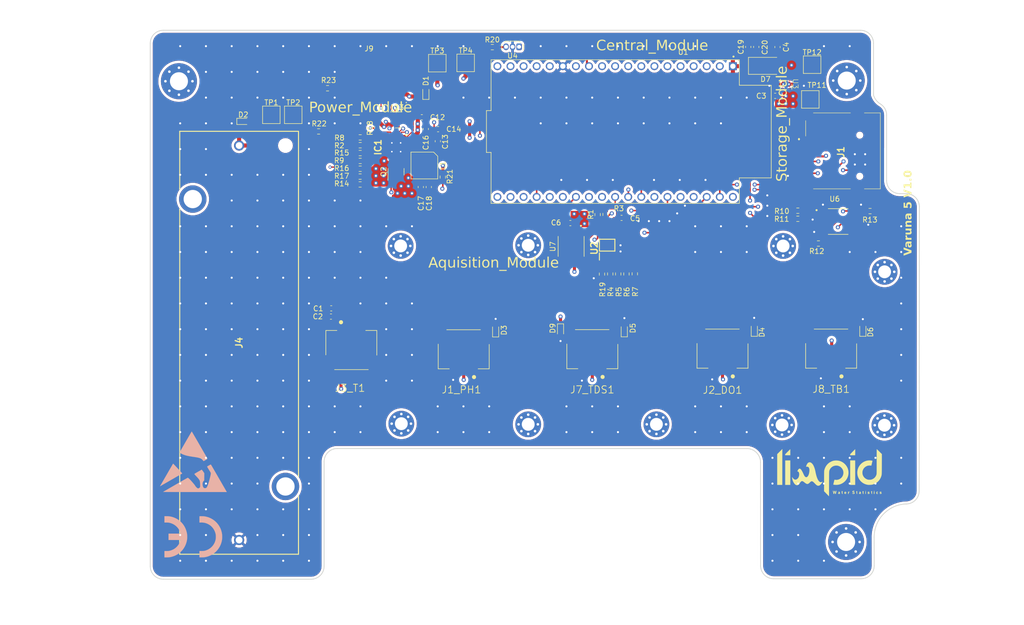
<source format=kicad_pcb>
(kicad_pcb (version 20221018) (generator pcbnew)
  (layers (0 "F.Cu" signal) (1 "In1.Cu" signal) (2 "In2.Cu" signal) (31 "B.Cu" signal) (34 "B.Paste" user) (35 "F.Paste" user) (36 "B.SilkS" user "B.Silkscreen") (37 "F.SilkS" user "F.Silkscreen") (38 "B.Mask" user) (39 "F.Mask" user) (44 "Edge.Cuts" user))
  (net 0 "")
  (net 1 "GNDREF")
  (net 2 "/VREF3V3")
  (net 3 "/VCC_RAW")
  (net 4 "/3.3V")
  (net 5 "/battery_module/VIN")
  (net 6 "Net-(IC1-SW_1)")
  (net 7 "/USB5V")
  (net 8 "/BATT")
  (net 9 "/PH_BREAK")
  (net 10 "/DO_BREAK")
  (net 11 "/TDS_BREAK")
  (net 12 "/TB_BREAK")
  (net 13 "Net-(IC1-BTST)")
  (net 14 "/STAT")
  (net 15 "/USBD-")
  (net 16 "/USBD+")
  (net 17 "/battery_module/ACDRV")
  (net 18 "/DS_DATA")
  (net 19 "/SDcard/CS_LLS")
  (net 20 "/SDcard/DI_LLS")
  (net 21 "/SDcard/SCK_LLS")
  (net 22 "/SDcard/DO_LLS")
  (net 23 "/I2C_SCL")
  (net 24 "Net-(R2-Pad2)")
  (net 25 "/I2C_SDA")
  (net 26 "Net-(IC1-REGN)")
  (net 27 "Net-(IC1-PMID)")
  (net 28 "Net-(D7-K)")
  (net 29 "Net-(IC1-ILIM)")
  (net 30 "/SPI_MOSI")
  (net 31 "/SPI_SCK")
  (net 32 "/SPI_CS")
  (net 33 "Net-(U2-AIN0)")
  (net 34 "Net-(U2-AIN1)")
  (net 35 "Net-(U2-AIN2)")
  (net 36 "Net-(U2-AIN3)")
  (net 37 "Net-(IC1-TS)")
  (net 38 "/SPI_MISO")
  (net 39 "/CTRL_GPIO")
  (net 40 "Net-(U6-1A)")
  (net 41 "Net-(U6-2A)")
  (net 42 "Net-(U6-3A)")
  (net 43 "Net-(U6-4A)")
  (net 44 "Net-(IC1-VSET)")
  (net 45 "Net-(IC1-ICHG)")
  (net 46 "Net-(U2-ADDR)")
  (net 80 "Net-(Q2-G)")
  (net 81 "Net-(U4-OUT)")
  (net 82 "/PRE_VCC")
  (net 88 "/BATT_CHECK")
  (footprint "Capacitor_SMD:C_0603_1608Metric" (layer "F.Cu") (at 109.325 95.95 180)
    (fp_text reference "C1")
    (fp_text value "100n")
  )
  (footprint "Capacitor_SMD:C_0603_1608Metric" (layer "F.Cu") (at 109.275 97.55 180)
    (fp_text reference "C2")
    (fp_text value "100n")
  )
  (footprint "Capacitor_SMD:C_0603_1608Metric" (layer "F.Cu") (at 195.525 54.65 180)
    (fp_text reference "C3")
    (fp_text value "100n")
  )
  (footprint "Capacitor_SMD:C_0603_1608Metric" (layer "F.Cu") (at 195.975 45.175 90)
    (fp_text reference "C4")
    (fp_text value "100n")
  )
  (footprint "Capacitor_SMD:C_0603_1608Metric" (layer "F.Cu") (at 165.7 78.375)
    (fp_text reference "C5")
    (fp_text value "4.7u")
  )
  (footprint "Capacitor_SMD:C_0603_1608Metric" (layer "F.Cu") (at 155.755 79.38 180)
    (fp_text reference "C6")
    (fp_text value "2.2u")
  )
  (footprint "Capacitor_SMD:C_0603_1608Metric" (layer "F.Cu") (at 126.915 58.82)
    (fp_text reference "C12")
    (fp_text value "10u")
  )
  (footprint "Capacitor_SMD:C_0603_1608Metric" (layer "F.Cu") (at 130.025 63.475 -90)
    (fp_text reference "C13")
    (fp_text value "47n")
  )
  (footprint "Capacitor_SMD:C_0603_1608Metric" (layer "F.Cu") (at 130.075 61.1325)
    (fp_text reference "C14")
    (fp_text value "4.7u - 10v")
  )
  (footprint "Capacitor_SMD:C_0603_1608Metric" (layer "F.Cu") (at 127.6825 61.1 90)
    (fp_text reference "C16")
    (fp_text value "10u")
  )
  (footprint "Capacitor_SMD:C_0603_1608Metric" (layer "F.Cu") (at 126.72 72.38 -90)
    (fp_text reference "C17")
    (fp_text value "47u")
  )
  (footprint "Capacitor_SMD:C_0603_1608Metric" (layer "F.Cu") (at 128.27 72.38 -90)
    (fp_text reference "C18")
    (fp_text value "100n")
  )
  (footprint "Capacitor_SMD:C_0603_1608Metric" (layer "F.Cu") (at 190.3 45.15 90)
    (fp_text reference "C19")
    (fp_text value "100n")
  )
  (footprint "Capacitor_SMD:C_0603_1608Metric" (layer "F.Cu") (at 191.85 45.15 90)
    (fp_text reference "C20")
    (fp_text value "47u")
  )
  (footprint "Diode_SMD:D_SOD-523" (layer "F.Cu") (at 127.7 54.09 90)
    (fp_text reference "D1")
    (fp_text value "TVS")
  )
  (footprint "Diode_SMD:D_SOD-523" (layer "F.Cu") (at 92.25 59.625)
    (fp_text reference "D2")
    (fp_text value "TVS")
  )
  (footprint "Diode_SMD:D_SOD-523" (layer "F.Cu") (at 141.25 100.25 90)
    (fp_text reference "D3")
    (fp_text value "TVS")
  )
  (footprint "Diode_SMD:D_SOD-523" (layer "F.Cu") (at 191.475 100.125 90)
    (fp_text reference "D4")
    (fp_text value "TVS")
  )
  (footprint "Diode_SMD:D_SOD-523" (layer "F.Cu") (at 166.225 100.225 90)
    (fp_text reference "D5")
    (fp_text value "TVS")
  )
  (footprint "Diode_SMD:D_SOD-523" (layer "F.Cu") (at 212.55 100.125 90)
    (fp_text reference "D6")
    (fp_text value "TVS")
  )
  (footprint "Diode_SMD:D_SMA" (layer "F.Cu") (at 193.85 48.825)
    (fp_text reference "D7")
    (fp_text value "D_Schottky")
  )
  (footprint "Diode_SMD:D_SOD-523" (layer "F.Cu") (at 153.85 100.225 -90)
    (fp_text reference "D9")
    (fp_text value "TVS")
  )
  (footprint "footprints_1:QFN50P400X400X80-25N-D" (layer "F.Cu") (at 121.92 64.643 -90)
    (fp_text reference "IC1")
    (fp_text value "BQ25616RTWT" hide)
  )
  (footprint "footprints:JST_S3B-PH-SM4-TB(LF)(SN)" (layer "F.Cu") (at 135.0518 106.7054)
    (fp_text reference "J1_PH1")
    (fp_text value "Conn_01x03")
  )
  (footprint "footprints:JST_S3B-PH-SM4-TB(LF)(SN)" (layer "F.Cu") (at 185.3 106.575)
    (fp_text reference "J2_DO1")
    (fp_text value "Conn_01x03")
  )
  (footprint "footprints:JST_S3B-PH-SM4-TB(LF)(SN)" (layer "F.Cu") (at 113.225 101.25 180)
    (fp_text reference "J3_T1")
    (fp_text value "Conn_01x03")
  )
  (footprint "footprints:1121" (layer "F.Cu") (at 91.44 140.97 90)
    (fp_text reference "J4")
    (fp_text value "Batt" hide)
  )
  (footprint "footprints:JST_S3B-PH-SM4-TB(LF)(SN)" (layer "F.Cu") (at 160.02 106.68)
    (fp_text reference "J7_TDS1")
    (fp_text value "Conn_01x03")
  )
  (footprint "footprints:JST_S3B-PH-SM4-TB(LF)(SN)" (layer "F.Cu") (at 206.4 106.575)
    (fp_text reference "J8_TB1")
    (fp_text value "Conn_01x03")
  )
  (footprint "footprints:JST_S4B-PH-SM4-TB" (layer "F.Cu") (at 120 54.375)
    (fp_text reference "J9")
    (fp_text value "Conn_01x04")
  )
  (footprint "footprints_1:inductor_bourns_4x4" (layer "F.Cu") (at 127.41 68.19 180)
    (fp_text reference "L1")
    (fp_text value "1uH")
  )
  (footprint "Resistor_SMD:R_0603_1608Metric" (layer "F.Cu") (at 161.05 77.725 -90)
    (fp_text reference "R1")
    (fp_text value "10k")
  )
  (footprint "Resistor_SMD:R_0603_1608Metric" (layer "F.Cu") (at 114.95 64.251 180)
    (fp_text reference "R2")
    (fp_text value "120")
  )
  (footprint "Resistor_SMD:R_0603_1608Metric" (layer "F.Cu") (at 162.6 77.7 -90)
    (fp_text reference "R3")
    (fp_text value "10k")
  )
  (footprint "Resistor_SMD:R_0603_1608Metric" (layer "F.Cu") (at 163.5 89.27 -90)
    (fp_text reference "R4")
    (fp_text value "330")
  )
  (footprint "Resistor_SMD:R_0603_1608Metric" (layer "F.Cu") (at 165.05 89.27 -90)
    (fp_text reference "R5")
    (fp_text value "330")
  )
  (footprint "Resistor_SMD:R_0603_1608Metric" (layer "F.Cu") (at 166.65 89.27 -90)
    (fp_text reference "R6")
    (fp_text value "330")
  )
  (footprint "Resistor_SMD:R_0603_1608Metric" (layer "F.Cu") (at 168.275 89.245 -90)
    (fp_text reference "R7")
    (fp_text value "330")
  )
  (footprint "Resistor_SMD:R_0603_1608Metric" (layer "F.Cu") (at 114.95 62.727)
    (fp_text reference "R8")
    (fp_text value "120")
  )
  (footprint "Resistor_SMD:R_0603_1608Metric" (layer "F.Cu") (at 114.95 67.299)
    (fp_text reference "R9")
    (fp_text value "5.3k")
  )
  (footprint "Resistor_SMD:R_0603_1608Metric" (layer "F.Cu") (at 199.925 76.975)
    (fp_text reference "R10")
    (fp_text value "330")
  )
  (footprint "Resistor_SMD:R_0603_1608Metric" (layer "F.Cu") (at 199.925 78.55)
    (fp_text reference "R11")
    (fp_text value "330")
  )
  (footprint "Resistor_SMD:R_0603_1608Metric" (layer "F.Cu") (at 203.925 83.35)
    (fp_text reference "R12")
    (fp_text value "330")
  )
  (footprint "Resistor_SMD:R_0603_1608Metric" (layer "F.Cu") (at 213.95 77.05 180)
    (fp_text reference "R13")
    (fp_text value "330")
  )
  (footprint "Resistor_SMD:R_0603_1608Metric" (layer "F.Cu") (at 114.9378 71.871 180)
    (fp_text reference "R14")
    (fp_text value "10k")
  )
  (footprint "Resistor_SMD:R_0603_1608Metric" (layer "F.Cu") (at 114.95 65.775 180)
    (fp_text reference "R15")
    (fp_text value "330")
  )
  (footprint "Resistor_SMD:R_0603_1608Metric" (layer "F.Cu") (at 114.95 68.823)
    (fp_text reference "R16")
    (fp_text value "30k")
  )
  (footprint "Resistor_SMD:R_0603_1608Metric" (layer "F.Cu") (at 114.9378 70.347)
    (fp_text reference "R17")
    (fp_text value "10k")
  )
  (footprint "Resistor_SMD:R_0603_1608Metric" (layer "F.Cu") (at 118.275 60.795 -90)
    (fp_text reference "R18")
    (fp_text value "10k")
  )
  (footprint "Resistor_SMD:R_0603_1608Metric" (layer "F.Cu") (at 161.9 89.295 -90)
    (fp_text reference "R19")
    (fp_text value "10k")
  )
  (footprint "TestPoint:TestPoint_Pad_3.0x3.0mm" (layer "F.Cu") (at 97.7 58.35)
    (fp_text reference "TP1")
    (fp_text value " ")
  )
  (footprint "TestPoint:TestPoint_Pad_3.0x3.0mm" (layer "F.Cu") (at 101.95 58.35)
    (fp_text reference "TP2")
    (fp_text value " ")
  )
  (footprint "TestPoint:TestPoint_Pad_3.0x3.0mm" (layer "F.Cu") (at 202.35 55.35)
    (fp_text reference "TP11")
    (fp_text value " ")
  )
  (footprint "TestPoint:TestPoint_Pad_3.0x3.0mm" (layer "F.Cu") (at 202.7 48.6)
    (fp_text reference "TP12")
    (fp_text value " ")
  )
  (footprint "footprints:MODULE_ESP32-DEVKITC" (layer "F.Cu") (at 164.465 61.595 -90)
    (fp_text reference "U1")
    (fp_text value "ESP32-DEVKITC")
  )
  (footprint "footprints:SOP50P490X110-10N" (layer "F.Cu") (at 162.9 83.67 90)
    (fp_text reference "U2")
    (fp_text value "ADS1115IDG" hide)
  )
  (footprint "footprints:asdasdasd" (layer "F.Cu") (at 197.65 52.4 -90)
    (fp_text reference "U3")
    (fp_text value "LP5912-3.3DRV")
  )
  (footprint "footprints_1:IC_74LVC125APW,118" (layer "F.Cu") (at 207.76 79.075)
    (fp_text reference "U6")
    (fp_text value "74LVC125APW,118")
  )
  (footprint "footprints:SOIC127P600X175-8N" (layer "F.Cu") (at 155.91 83.91 -90)
    (fp_text reference "U7")
    (fp_text value "REF196GSZ-REEL")
  )
  (footprint "MountingHole:MountingHole_2.5mm_Pad_Via" (layer "F.Cu") (at 122.936 118.364)
    (fp_text reference "REF**" hide)
    (fp_text value "MountingHole_2.5mm_Pad_Via")
  )
  (footprint "Package_TO_SOT_THT:TO-92Flat" (layer "F.Cu") (at 145.805 45.125 180)
    (fp_text reference "U4")
    (fp_text value "AH3772-SA-7")
  )
  (footprint "Package_TO_SOT_SMD:SOT-23" (layer "F.Cu") (at 122.445 59.325)
    (fp_text reference "Q3")
    (fp_text value "Q_NMOS_GSD")
  )
  (footprint "footprints_1:logo1" (layer "F.Cu") (at 206.1 128.8)
    (fp_text reference "G***" hide)
    (fp_text value "LOGO" hide)
  )
  (footprint "Resistor_SMD:R_0603_1608Metric" (layer "F.Cu") (at 140.605 45.185)
    (fp_text reference "R20")
    (fp_text value "330")
  )
  (footprint "footprints:A313MF-IP68" (layer "F.Cu") (at 144.58 96.71 180)
    (fp_text reference "G***" hide)
    (fp_text value "LOGO" hide)
  )
  (footprint "Package_TO_SOT_SMD:SOT-23" (layer "F.Cu") (at 121.905 69.405 90)
    (fp_text reference "Q2")
    (fp_text value "Q_PMOS_GSD")
  )
  (footprint "TestPoint:TestPoint_Pad_3.0x3.0mm" (layer "F.Cu") (at 135.425 48.255)
    (fp_text reference "TP4")
    (fp_text value " ")
  )
  (footprint "MountingHole:MountingHole_3.5mm_Pad_Via" (layer "F.Cu") (at 209.423 51.689)
    (fp_text reference "REF**" hide)
    (fp_text value "MountingHole_3.5mm_Pad_Via")
  )
  (footprint "MountingHole:MountingHole_2.5mm_Pad_Via" (layer "F.Cu") (at 122.809 83.82)
    (fp_text reference "REF**" hide)
    (fp_text value "MountingHole_2.5mm_Pad_Via")
  )
  (footprint "Resistor_SMD:R_0603_1608Metric" (layer "F.Cu") (at 106.88 61.57 180)
    (fp_text reference "R22")
    (fp_text value "10k")
  )
  (footprint "MountingHole:MountingHole_3.5mm_Pad_Via" (layer "F.Cu") (at 209.3 141.35)
    (fp_text reference "REF**" hide)
    (fp_text value "MountingHole_3.5mm_Pad_Via")
  )
  (footprint "MountingHole:MountingHole_2.5mm_Pad_Via" (layer "F.Cu") (at 172.468 118.489)
    (fp_text reference "REF**" hide)
    (fp_text value "MountingHole_2.5mm_Pad_Via")
  )
  (footprint "MountingHole:MountingHole_2.5mm_Pad_Via" (layer "F.Cu") (at 147.574 83.693)
    (fp_text reference "REF**" hide)
    (fp_text value "MountingHole_2.5mm_Pad_Via")
  )
  (footprint "MountingHole:MountingHole_2.5mm_Pad_Via" (layer "F.Cu") (at 216.741 118.662)
    (fp_text reference "REF**" hide)
    (fp_text value "MountingHole_2.5mm_Pad_Via")
  )
  (footprint "TestPoint:TestPoint_Pad_3.0x3.0mm" (layer "F.Cu") (at 129.925 48.305)
    (fp_text reference "TP3")
    (fp_text value " ")
  )
  (footprint "Resistor_SMD:R_0603_1608Metric" (layer "F.Cu") (at 130.995 70.445 90)
    (fp_text reference "R21")
    (fp_text value "10k")
  )
  (footprint "footprints:PH_breakout" (layer "F.Cu") (at 184.7 101.275 90)
    (fp_text reference "G***" hide)
    (fp_text value "LOGO" hide)
  )
  (footprint "MountingHole:MountingHole_2.5mm_Pad_Via" (layer "F.Cu") (at 196.854 118.612)
    (fp_text reference "REF**" hide)
    (fp_text value "MountingHole_2.5mm_Pad_Via")
  )
  (footprint "MountingHole:MountingHole_2.5mm_Pad_Via" (layer "F.Cu") (at 216.775 88.85)
    (fp_text reference "REF**" hide)
    (fp_text value "MountingHole_2.5mm_Pad_Via")
  )
  (footprint "MountingHole:MountingHole_2.5mm_Pad_Via" (layer "F.Cu") (at 147.574 118.491)
    (fp_text reference "REF**" hide)
    (fp_text value "MountingHole_2.5mm_Pad_Via")
  )
  (footprint "footprints:PH_breakout" (layer "F.Cu") (at 159.975 101.225 90)
    (fp_text reference "G***" hide)
    (fp_text value "LOGO" hide)
  )
  (footprint "Resistor_SMD:R_0603_1608Metric" (layer "F.Cu") (at 108.61 53.18 180)
    (fp_text reference "R23")
    (fp_text value "10k")
  )
  (footprint "footprints:PH_breakout" (layer "F.Cu") (at 135.125 101.175 90)
    (fp_text reference "G***" hide)
    (fp_text value "LOGO" hide)
  )
  (footprint "MountingHole:MountingHole_3.5mm_Pad_Via" (layer "F.Cu") (at 79.756 51.816)
    (fp_text reference "REF**" hide)
    (fp_text value "MountingHole_3.5mm_Pad_Via")
  )
  (footprint "footprints:TB_breakout" (layer "F.Cu") (at 206.825 103.675 90)
    (fp_text reference "G***" hide)
    (fp_text value "LOGO" hide)
  )
  (footprint "footprints_1:TF15X15" (layer "F.Cu") (at 208.3 65.575 90)
    (fp_text reference "J1")
    (fp_text value "TF-15X15" hide)
  )
  (footprint "MountingHole:MountingHole_2.5mm_Pad_Via" (layer "F.Cu") (at 197.066 83.8305)
    (fp_text reference "REF**" hide)
    (fp_text value "MountingHole_2.5mm_Pad_Via")
  )
  (footprint "Symbol:CE-Logo_11.2x8mm_SilkScreen" (layer "B.Cu") (at 82.55 140.335 180)
    (fp_text reference "REF**" hide)
    (fp_text value "CE-Logo_11.2x8mm_SilkScreen" hide)
  )
  (footprint "Symbol:ESD-Logo_13.2x12mm_SilkScreen" (layer "B.Cu") (at 82.55 125.73 180)
    (fp_text reference "REF**" hide)
    (fp_text value "ESD-Logo_13.2x12mm_SilkScreen" hide)
  )
  (gr_line (start 76.726051 41.91) (end 212.08733 41.908668) (stroke (width 0.15)) (layer "Edge.Cuts"))
  (gr_line (start 214.63 44.45) (end 214.631096 54.531485) (stroke (width 0.15)) (layer "Edge.Cuts"))
  (gr_line (start 74.186051 44.45) (end 74.186051 146.05) (stroke (width 0.15)) (layer "Edge.Cuts"))
  (gr_line (start 76.726051 148.59) (end 105.41 148.59) (stroke (width 0.15)) (layer "Edge.Cuts"))
  (gr_line (start 107.95 146.05) (end 107.95 125.73) (stroke (width 0.15)) (layer "Edge.Cuts"))
  (gr_line (start 214.761019 145.98007) (end 214.749436 140.4) (stroke (width 0.15)) (layer "Edge.Cuts"))
  (gr_line (start 223.52 76.2) (end 223.48905 131.433216) (stroke (width 0.15)) (layer "Edge.Cuts"))
  (gr_line (start 219.71 73.66) (end 220.98 73.66) (stroke (width 0.15)) (layer "Edge.Cuts"))
  (gr_arc (start 215.856369 56.17393) (mid 215.10583 55.455584) (end 214.631096 54.531485) (stroke (width 0.15)) (layer "Edge.Cuts"))
  (gr_arc (start 219.71 73.66) (mid 217.913949 72.916051) (end 217.17 71.12) (stroke (width 0.15)) (layer "Edge.Cuts"))
  (gr_arc (start 107.95 146.05) (mid 107.206051 147.846051) (end 105.41 148.59) (stroke (width 0.15)) (layer "Edge.Cuts"))
  (gr_arc (start 107.95 125.73) (mid 108.693949 123.933949) (end 110.49 123.19) (stroke (width 0.15)) (layer "Edge.Cuts"))
  (gr_line (start 212.22204 148.50014) (end 195.25 148.499999) (stroke (width 0.15)) (layer "Edge.Cuts"))
  (gr_arc (start 195.25 148.499999) (mid 193.447535 147.760258) (end 192.699977 145.96102) (stroke (width 0.15)) (layer "Edge.Cuts"))
  (gr_arc (start 212.09 41.91) (mid 213.886051 42.653949) (end 214.63 44.45) (stroke (width 0.15)) (layer "Edge.Cuts"))
  (gr_arc (start 220.98 73.66) (mid 222.776051 74.403949) (end 223.52 76.2) (stroke (width 0.15)) (layer "Edge.Cuts"))
  (gr_line (start 217.17 71.12) (end 217.17 58.42) (stroke (width 0.15)) (layer "Edge.Cuts"))
  (gr_arc (start 76.726051 148.59) (mid 74.930007 147.846044) (end 74.186051 146.05) (stroke (width 0.15)) (layer "Edge.Cuts"))
  (gr_line (start 110.49 123.19) (end 189.992 123.19) (stroke (width 0.15)) (layer "Edge.Cuts"))
  (gr_arc (start 214.749436 140.4) (mid 216.558725 135.92427) (end 220.970058 133.963193) (stroke (width 0.15)) (layer "Edge.Cuts"))
  (gr_arc (start 214.761019 145.98007) (mid 214.010691 147.763162) (end 212.22204 148.50014) (stroke (width 0.15)) (layer "Edge.Cuts"))
  (gr_arc (start 215.856369 56.173931) (mid 216.82318 57.115662) (end 217.17 58.42) (stroke (width 0.15)) (layer "Edge.Cuts"))
  (gr_arc (start 74.186051 44.45) (mid 74.930007 42.653956) (end 76.726051 41.91) (stroke (width 0.15)) (layer "Edge.Cuts"))
  (gr_arc (start 223.48905 131.433216) (mid 222.751912 133.218294) (end 220.970058 133.963193) (stroke (width 0.15)) (layer "Edge.Cuts"))
  (gr_arc (start 189.992 123.19) (mid 191.895814 123.978586) (end 192.6844 125.8824) (stroke (width 0.15)) (layer "Edge.Cuts"))
  (gr_line (start 192.699977 145.96102) (end 192.6844 125.8824) (stroke (width 0.15)) (layer "Edge.Cuts"))
  (gr_text "Power_Module\n" (at 105 58.17) (layer "F.SilkS") (effects (font (size 2 2)) (justify left bottom)))
  (gr_text "Storage_Module\n" (at 198.1 71.35 90) (layer "F.SilkS") (effects (font (size 2 2)) (justify left bottom)))
  (gr_text "Central_Module\n" (at 160.76 46.14) (layer "F.SilkS") (effects (font (size 2 2)) (justify left bottom)))
  (gr_text "Varuna 5 V1.0 " (at 222.25 85.725 90) (layer "F.SilkS") (effects (font (size 1.5 1.5) (thickness 0.3) bold) (justify left bottom)))
  (gr_text "Aquisition_Module\n" (at 128.18 88.36) (layer "F.SilkS") (effects (font (size 2 2)) (justify left bottom)))
  (segment (start 121.9 64.623) (end 121.92 64.643) (width 0.25) (layer "F.Cu") (net 1))
  (segment (start 166.25 99.5) (end 166.225 99.525) (width 0.6) (layer "F.Cu") (net 1))
  (segment (start 201.35 68.6) (end 199.6 68.6) (width 0.3) (layer "F.Cu") (net 1))
  (segment (start 162.9 85.87) (end 162.9 84.65) (width 0.25) (layer "F.Cu") (net 1))
  (segment (start 191.45 99.4) (end 191.475 99.425) (width 0.6) (layer "F.Cu") (net 1))
  (segment (start 204.835 75.835) (end 204.8 75.8) (width 0.3) (layer "F.Cu") (net 1))
  (segment (start 133 109.85) (end 133 106.7572) (width 0.6) (layer "F.Cu") (net 1))
  (segment (start 121.67 64.393) (end 121.92 64.643) (width 0.25) (layer "F.Cu") (net 1))
  (segment (start 191.45 97.8) (end 191.45 99.4) (width 0.6) (layer "F.Cu") (net 1))
  (segment (start 119.92 64.393) (end 121.67 64.393) (width 0.25) (layer "F.Cu") (net 1))
  (segment (start 212.2 76) (end 212.2 77.4) (width 0.3) (layer "F.Cu") (net 1))
  (segment (start 123.17 66.643) (end 123.17 65.893) (width 0.25) (layer "F.Cu") (net 1))
  (segment (start 133 106.7572) (end 133.0518 106.7054) (width 0.6) (layer "F.Cu") (net 1))
  (segment (start 153.85 102.3) (end 153.85 100.925) (width 0.6) (layer "F.Cu") (net 1))
  (segment (start 194.4 52.7) (end 194.7 52.4) (width 0.6) (layer "F.Cu") (net 1))
  (segment (start 194.7 52.4) (end 197.1 52.4) (width 0.6) (layer "F.Cu") (net 1))
  (segment (start 165.5 83.7) (end 163.85 83.7) (width 0.3) (layer "F.Cu") (net 1))
  (segment (start 160.32 90.12) (end 160.3 90.1) (width 0.6) (layer "F.Cu") (net 1))
  (segment (start 165.5 83.7) (end 165.5 84.9) (width 0.6) (layer "F.Cu") (net 1))
  (segment (start 122.8 65.5) (end 122.777 65.5) (width 0.25) (layer "F.Cu") (net 1))
  (segment (start 204.4 109.55) (end 204.4 106.575) (width 0.6) (layer "F.Cu") (net 1))
  (segment (start 122.8 65.523) (end 122.8 65.5) (width 0.25) (layer "F.Cu") (net 1))
  (segment (start 121.9 65.3) (end 121.9 64.623) (width 0.25) (layer "F.Cu") (net 1))
  (segment (start 158.02 106.68) (end 158.02 109.98) (width 0.6) (layer "F.Cu") (net 1))
  (segment (start 166.25 97.85) (end 166.25 99.5) (width 0.6) (layer "F.Cu") (net 1))
  (segment (start 199.6 68.6) (end 198 70.2) (width 0.3) (layer "F.Cu") (net 1))
  (segment (start 212.55 98.05) (end 212.55 99.425) (width 0.6) (layer "F.Cu") (net 1))
  (segment (start 122.777 65.5) (end 121.92 64.643) (width 0.25) (layer "F.Cu") (net 1))
  (segment (start 204.835 77.025) (end 204.835 75.835) (width 0.3) (layer "F.Cu") (net 1))
  (segment (start 197.65 53.2875) (end 197.65 52.4) (width 0.4) (layer "F.Cu") (net 1))
  (segment (start 158.02 109.98) (end 158 110) (width 0.6) (layer "F.Cu") (net 1))
  (segment (start 213.575 79.725) (end 213.6 79.7) (width 0.3) (layer "F.Cu") (net 1))
  (segment (start 122.67 65.393) (end 122.577 65.3) (width 0.25) (layer "F.Cu") (net 1))
  (segment (start 210.685 79.725) (end 213.575 79.725) (width 0.3) (layer "F.Cu") (net 1))
  (segment (start 203.175 79.075) (end 202.8 78.7) (width 0.3) (layer "F.Cu") (net 1))
  (segment (start 122.67 66.643) (end 122.67 65.393) (width 0.25) (layer "F.Cu") (net 1))
  (segment (start 122.577 65.3) (end 121.9 65.3) (width 0.25) (layer "F.Cu") (net 1))
  (segment (start 203.125 81.125) (end 203.1 81.1) (width 0.3) (layer "F.Cu") (net 1))
  (segment (start 123.17 65.893) (end 122.8 65.523) (width 0.25) (layer "F.Cu") (net 1))
  (segment (start 201.1 52.7) (end 200.8 52.4) (width 0.6) (layer "F.Cu") (net 1))
  (segment (start 141.25 98) (end 141.25 99.55) (width 0.6) (layer "F.Cu") (net 1))
  (segment (start 212.2 77.4) (end 211.825 77.775) (width 0.3) (layer "F.Cu") (net 1))
  (segment (start 204.835 79.075) (end 203.175 79.075) (width 0.3) (layer "F.Cu") (net 1))
  (segment (start 200.8 52.4) (end 198.2 52.4) (width 0.6) (layer "F.Cu") (net 1))
  (segment (start 211.825 77.775) (end 210.685 77.775) (width 0.3) (layer "F.Cu") (net 1))
  (segment (start 183.3 109.75) (end 183.3 106.575) (width 0.6) (layer "F.Cu") (net 1))
  (segment (start 212.2 76) (end 212.2 75.8) (width 0.3) (layer "F.Cu") (net 1))
  (segment (start 161.9 90.12) (end 160.32 90.12) (width 0.6) (layer "F.Cu") (net 1))
  (segment (start 204.835 81.125) (end 203.125 81.125) (width 0.3) (layer "F.Cu") (net 1))
  (segment (start 163.85 83.7) (end 162.9 84.65) (width 0.3) (layer "F.Cu") (net 1))
  (via (at 160 60) (size 0.8) (drill 0.4) (layers "F.Cu" "B.Cu") (net 1))
  (via (at 110 115) (size 0.8) (drill 0.4) (layers "F.Cu" "B.Cu") (net 1))
  (via (at 158 110) (size 0.8) (drill 0.4) (layers "F.Cu" "B.Cu") (net 1))
  (via (at 212.2 75.8) (size 0.8) (drill 0.4) (layers "F.Cu" "B.Cu") (net 1))
  (via (at 100 95) (size 0.8) (drill 0.4) (layers "F.Cu" "B.Cu") (net 1))
  (via (at 210 135) (size 0.8) (drill 0.4) (layers "F.Cu" "B.Cu") (net 1))
  (via (at 105 95) (size 0.8) (drill 0.4) (layers "F.Cu" "B.Cu") (net 1))
  (via (at 90 60) (size 0.8) (drill 0.4) (layers "F.Cu" "B.Cu") (net 1))
  (via (at 80 95) (size 0.8) (drill 0.4) (layers "F.Cu" "B.Cu") (net 1))
  (via (at 95 50) (size 0.8) (drill 0.4) (layers "F.Cu" "B.Cu") (net 1))
  (via (at 220 110) (size 0.8) (drill 0.4) (layers "F.Cu" "B.Cu") (net 1))
  (via (at 164 71) (size 0.8) (drill 0.4) (layers "F.Cu" "B.Cu") (net 1))
  (via (at 220 90) (size 0.8) (drill 0.4) (layers "F.Cu" "B.Cu") (net 1))
  (via (at 100 145) (size 0.8) (drill 0.4) (layers "F.Cu" "B.Cu") (net 1))
  (via (at 194.4 52.7) (size 0.8) (drill 0.4) (layers "F.Cu" "B.Cu") (net 1))
  (via (at 95 95) (size 0.8) (drill 0.4) (layers "F.Cu" "B.Cu") (net 1))
  (via (at 95 70) (size 0.8) (drill 0.4) (layers "F.Cu" "B.Cu") (net 1))
  (via (at 220 95) (size 0.8) (drill 0.4) (layers "F.Cu" "B.Cu") (net 1))
  (via (at 210 130) (size 0.8) (drill 0.4) (layers "F.Cu" "B.Cu") (net 1))
  (via (at 105 130) (size 0.8) (drill 0.4) (layers "F.Cu" "B.Cu") (net 1))
  (via (at 85 140) (size 0.8) (drill 0.4) (layers "F.Cu" "B.Cu") (net 1))
  (via (at 105 115) (size 0.8) (drill 0.4) (layers "F.Cu" "B.Cu") (net 1))
  (via (at 100 125) (size 0.8) (drill 0.4) (layers "F.Cu" "B.Cu") (net 1))
  (via (at 185 80) (size 0.8) (drill 0.4) (layers "F.Cu" "B.Cu") (net 1))
  (via (at 105 75) (size 0.8) (drill 0.4) (layers "F.Cu" "B.Cu") (net 1))
  (via (at 202.8 78.7) (size 0.8) (drill 0.4) (layers "F.Cu" "B.Cu") (net 1))
  (via (at 80 85) (size 0.8) (drill 0.4) (layers "F.Cu" "B.Cu") (net 1))
  (via (at 110 80) (size 0.8) (drill 0.4) (layers "F.Cu" "B.Cu") (net 1))
  (via (at 145 55) (size 0.8) (drill 0.4) (layers "F.Cu" "B.Cu") (net 1))
  (via (at 203.1 81.1) (size 0.8) (drill 0.4) (layers "F.Cu" "B.Cu") (net 1))
  (via (at 85 100) (size 0.8) (drill 0.4) (layers "F.Cu" "B.Cu") (net 1))
  (via (at 125 110) (size 0.8) (drill 0.4) (layers "F.Cu" "B.Cu") (net 1))
  (via (at 194 74) (size 0.8) (drill 0.4) (layers "F.Cu" "B.Cu") (net 1))
  (via (at 110 75) (size 0.8) (drill 0.4) (layers "F.Cu" "B.Cu") (net 1))
  (via (at 175 55) (size 0.8) (drill 0.4) (layers "F.Cu" "B.Cu") (net 1))
  (via (at 95 140) (size 0.8) (drill 0.4) (layers "F.Cu" "B.Cu") (net 1))
  (via (at 95 80) (size 0.8) (drill 0.4) (layers "F.Cu" "B.Cu") (net 1))
  (via (at 175 60) (size 0.8) (drill 0.4) (layers "F.Cu" "B.Cu") (net 1))
  (via (at 105 90) (size 0.8) (drill 0.4) (layers "F.Cu" "B.Cu") (net 1))
  (via (at 154 71) (size 0.8) (drill 0.4) (layers "F.Cu" "B.Cu") (net 1))
  (via (at 125 105) (size 0.8) (drill 0.4) (layers "F.Cu" "B.Cu") (net 1))
  (via (at 110 120) (size 0.8) (drill 0.4) (layers "F.Cu" "B.Cu") (net 1))
  (via (at 180 85) (size 0.8) (drill 0.4) (layers "F.Cu" "B.Cu") (net 1))
  (via (at 80 120) (size 0.8) (drill 0.4) (layers "F.Cu" "B.Cu") (net 1))
  (via (at 220 80) (size 0.8) (drill 0.4) (layers "F.Cu" "B.Cu") (net 1))
  (via (at 125 95) (size 0.8) (drill 0.4) (layers "F.Cu" "B.Cu") (net 1))
  (via (at 190 85) (size 0.8) (drill 0.4) (layers "F.Cu" "B.Cu") (net 1))
  (via (at 180 45) (size 0.8) (drill 0.4) (layers "F.Cu" "B.Cu") (net 1))
  (via (at 115 90) (size 0.8) (drill 0.4) (layers "F.Cu" "B.Cu") (net 1))
  (via (at 100 50) (size 0.8) (drill 0.4) (layers "F.Cu" "B.Cu") (net 1))
  (via (at 85 125) (size 0.8) (drill 0.4) (layers "F.Cu" "B.Cu") (net 1))
  (via (at 105 60) (size 0.8) (drill 0.4) (layers "F.Cu" "B.Cu") (net 1))
  (via (at 85 70) (size 0.8) (drill 0.4) (layers "F.Cu" "B.Cu") (net 1))
  (via (at 100 140) (size 0.8) (drill 0.4) (layers "F.Cu" "B.Cu") (net 1))
  (via (at 105 85) (size 0.8) (drill 0.4) (layers "F.Cu" "B.Cu") (net 1))
  (via (at 95 55) (size 0.8) (drill 0.4) (layers "F.Cu" "B.Cu") (net 1))
  (via (at 171 79) (size 0.8) (drill 0.4) (layers "F.Cu" "B.Cu") (net 1))
  (via (at 115 120) (size 0.8) (drill 0.4) (layers "F.Cu" "B.Cu") (net 1))
  (via (at 90 120) (size 0.8) (drill 0.4) (layers "F.Cu" "B.Cu") (net 1))
  (via (at 80 45) (size 0.8) (drill 0.4) (layers "F.Cu" "B.Cu") (net 1))
  (via (at 95 145) (size 0.8) (drill 0.4) (layers "F.Cu" "B.Cu") (net 1))
  (via (at 105 50) (size 0.8) (drill 0.4) (layers "F.Cu" "B.Cu") (net 1))
  (via (at 210 85) (size 0.8) (drill 0.4) (layers "F.Cu" "B.Cu") (net 1))
  (via (at 169 79) (size 0.8) (drill 0.4) (layers "F.Cu" "B.Cu") (net 1))
  (via (at 165.5 84.9) (size 0.8) (drill 0.4) (layers "F.Cu" "B.Cu") (net 1))
  (via (at 140 120) (size 0.8) (drill 0.4) (layers "F.Cu" "B.Cu") (net 1))
  (via (at 100 120) (size 0.8) (drill 0.4) (layers "F.Cu" "B.Cu") (net 1))
  (via (at 215 125) (size 0.8) (drill 0.4) (layers "F.Cu" "B.Cu") (net 1))
  (via (at 90 75) (size 0.8) (drill 0.4) (layers "F.Cu" "B.Cu") (net 1))
  (via (at 212.55 98.05) (size 0.8) (drill 0.4) (layers "F.Cu" "B.Cu") (net 1))
  (via (at 191.45 97.8) (size 0.8) (drill 0.4) (layers "F.Cu" "B.Cu") (net 1))
  (via (at 115 85) (size 0.8) (drill 0.4) (layers "F.Cu" "B.Cu") (net 1))
  (via (at 105 65) (size 0.8) (drill 0.4) (layers "F.Cu" "B.Cu") (net 1))
  (via (at 135 55) (size 0.8) (drill 0.4) (layers "F.Cu" "B.Cu") (net 1))
  (via (at 80 105) (size 0.8) (drill 0.4) (layers "F.Cu" "B.Cu") (net 1))
  (via (at 220 125) (size 0.8) (drill 0.4) (layers "F.Cu" "B.Cu") (net 1))
  (via (at 140 115) (size 0.8) (drill 0.4) (layers "F.Cu" "B.Cu") (net 1))
  (via (at 110 90) (size 0.8) (drill 0.4) (layers "F.Cu" "B.Cu") (net 1))
  (via (at 100 75) (size 0.8) (drill 0.4) (layers "F.Cu" "B.Cu") (net 1))
  (via (at 220 100) (size 0.8) (drill 0.4) (layers "F.Cu" "B.Cu") (net 1))
  (via (at 90 80) (size 0.8) (drill 0.4) (layers "F.Cu" "B.Cu") (net 1))
  (via (at 80 115) (size 0.8) (drill 0.4) (layers "F.Cu" "B.Cu") (net 1))
  (via (at 195 135) (size 0.8) (drill 0.4) (layers "F.Cu" "B.Cu") (net 1))
  (via (at 160 55) (size 0.8) (drill 0.4) (layers "F.Cu" "B.Cu") (net 1))
  (via (at 178 76) (size 0.8) (drill 0.4) (layers "F.Cu" "B.Cu") (net 1))
  (via (at 90 110) (size 0.8) (drill 0.4) (layers "F.Cu" "B.Cu") (net 1))
  (via (at 195 140) (size 0.8) (drill 0.4) (layers "F.Cu" "B.Cu") (net 1))
  (via (at 133 109.85) (size 0.8) (drill 0.4) (layers "F.Cu" "B.Cu") (net 1))
  (via (at 100 110) (size 0.8) (drill 0.4) (layers "F.Cu" "B.Cu") (net 1))
  (via (at 90 115) (size 0.8) (drill 0.4) (layers "F.Cu" "B.Cu") (net 1))
  (via (at 85 115) (size 0.8) (drill 0.4) (layers "F.Cu" "B.Cu") (net 1))
  (via (at 120 110) (size 0.8) (drill 0.4) (layers "F.Cu" "B.Cu") (net 1))
  (via (at 95 100) (size 0.8) (drill 0.4) (layers "F.Cu" "B.Cu") (net 1))
  (via (at 170 55) (size 0.8) (drill 0.4) (layers "F.Cu" "B.Cu") (net 1))
  (via (at 90 145) (size 0.8) (drill 0.4) (layers "F.Cu" "B.Cu") (net 1))
  (via (at 130 115) (size 0.8) (drill 0.4) (layers "F.Cu" "B.Cu") (net 1))
  (via (at 211 68) (size 0.8) (drill 0.4) (layers "F.Cu" "B.Cu") (net 1))
  (via (at 95 130) (size 0.8) (drill 0.4) (layers "F.Cu" "B.Cu") (net 1))
  (via (at 80 130) (size 0.8) (drill 0.4) (layers "F.Cu" "B.Cu") (net 1))
  (via (at 205 120) (size 0.8) (drill 0.4) (layers "F.Cu" "B.Cu") (net 1))
  (via (at 80 125) (size 0.8) (drill 0.4) (layers "F.Cu" "B.Cu") (net 1))
  (via (at 85 80) (size 0.8) (drill 0.4) (layers "F.Cu" "B.Cu") (net 1))
  (via (at 105 70) (size 0.8) (drill 0.4) (layers "F.Cu" "B.Cu") (net 1))
  (via (at 185 115) (size 0.8) (drill 0.4) (layers "F.Cu" "B.Cu") (net 1))
  (via (at 170 60) (size 0.8) (drill 0.4) (layers "F.Cu" "B.Cu") (net 1))
  (via (at 80 60) (size 0.8) (drill 0.4) (layers "F.Cu" "B.Cu") (net 1))
  (via (at 165 120) (size 0.8) (drill 0.4) (layers "F.Cu" "B.Cu") (net 1))
  (via (at 135 45) (size 0.8) (drill 0.4) (layers "F.Cu" "B.Cu") (net 1))
  (via (at 110 45) (size 0.8) (drill 0.4) (layers "F.Cu" "B.Cu") (net 1))
  (via (at 85 65) (size 0.8) (drill 0.4) (layers "F.Cu" "B.Cu") (net 1))
  (via (at 165 115) (size 0.8) (drill 0.4) (layers "F.Cu" "B.Cu") (net 1))
  (via (at 110 60) (size 0.8) (drill 0.4) (layers "F.Cu" "B.Cu") (net 1))
  (via (at 90 50) (size 0.8) (drill 0.4) (layers "F.Cu" "B.Cu") (net 1))
  (via (at 141.25 98) (size 0.8) (drill 0.4) (layers "F.Cu" "B.Cu") (net 1))
  (via (at 195 130) (size 0.8) (drill 0.4) (layers "F.Cu" "B.Cu") (net 1))
  (via (at 135 120) (size 0.8) (drill 0.4) (layers "F.Cu" "B.Cu") (net 1))
  (via (at 115 80) (size 0.8) (drill 0.4) (layers "F.Cu" "B.Cu") (net 1))
  (via (at 175 45) (size 0.8) (drill 0.4) (layers "F.Cu" "B.Cu") (net 1))
  (via (at 190 80) (size 0.8) (drill 0.4) (layers "F.Cu" "B.Cu") (net 1))
  (via (at 100 90) (size 0.8) (drill 0.4) (layers "F.Cu" "B.Cu") (net 1))
  (via (at 100 80) (size 0.8) (drill 0.4) (layers "F.Cu" "B.Cu") (net 1))
  (via (at 121.1 63.8) (size 0.6) (drill 0.3) (layers "F.Cu" "B.Cu") (net 1))
  (via (at 80 140) (size 0.8) (drill 0.4) (layers "F.Cu" "B.Cu") (net 1))
  (via (at 153.85 102.3) (size 0.8) (drill 0.4) (layers "F.Cu" "B.Cu") (net 1))
  (via (at 180 55) (size 0.8) (drill 0.4) (layers "F.Cu" "B.Cu") (net 1))
  (via (at 210 45) (size 0.8) (drill 0.4) (layers "F.Cu" "B.Cu") (net 1))
  (via (at 100 100) (size 0.8) (drill 0.4) (layers "F.Cu" "B.Cu") (net 1))
  (via (at 100 135) (size 0.8) (drill 0.4) (layers "F.Cu" "B.Cu") (net 1))
  (via (at 115 60) (size 0.8) (drill 0.4) (layers "F.Cu" "B.Cu") (net 1))
  (via (at 198 70.2) (size 0.8) (drill 0.4) (layers "F.Cu" "B.Cu") (net 1))
  (via (at 90 130) (size 0.8) (drill 0.4) (layers "F.Cu" "B.Cu") (net 1))
  (via (at 105 55) (size 0.8) (drill 0.4) (layers "F.Cu" "B.Cu") (net 1))
  (via (at 180 60) (size 0.8) (drill 0.4) (layers "F.Cu" "B.Cu") (net 1))
  (via (at 90 55) (size 0.8) (drill 0.4) (layers "F.Cu" "B.Cu") (net 1))
  (via (at 213 68) (size 0.8) (drill 0.4) (layers "F.Cu" "B.Cu") (net 1))
  (via (at 195 145) (size 0.8) (drill 0.4) (layers "F.Cu" "B.Cu") (net 1))
  (via (at 90 100) (size 0.8) (drill 0.4) (layers "F.Cu" "B.Cu") (net 1))
  (via (at 115 95) (size 0.8) (drill 0.4) (layers "F.Cu" "B.Cu") (net 1))
  (via (at 155 45) (size 0.8) (drill 0.4) (layers "F.Cu" "B.Cu") (net 1))
  (via (at 115 75) (size 0.8) (drill 0.4) (layers "F.Cu" "B.Cu") (net 1))
  (via (at 205 145) (size 0.8) (drill 0.4) (layers "F.Cu" "B.Cu") (net 1))
  (via (at 201.1 52.7) (size 0.8) (drill 0.4) (layers "F.Cu" "B.Cu") (net 1))
  (via (at 90 135) (size 0.8) (drill 0.4) (layers "F.Cu" "B.Cu") (net 1))
  (via (at 185 60) (size 0.8) (drill 0.4) (layers "F.Cu" "B.Cu") (net 1))
  (via (at 220 105) (size 0.8) (drill 0.4) (layers "F.Cu" "B.Cu") (net 1))
  (via (at 205 115) (size 0.8) (drill 0.4) (layers "F.Cu" "B.Cu") (net 1))
  (via (at 105 140) (size 0.8) (drill 0.4) (layers "F.Cu" "B.Cu") (net 1))
  (via (at 180 115) (size 0.8) (drill 0.4) (layers "F.Cu" "B.Cu") (net 1))
  (via (at 95 115) (size 0.8) (drill 0.4) (layers "F.Cu" "B.Cu") (net 1))
  (via (at 173 79) (size 0.8) (drill 0.4) (layers "F.Cu" "B.Cu") (net 1))
  (via (at 85 90) (size 0.8) (drill 0.4) (layers "F.Cu" "B.Cu") (net 1))
  (via (at 100 70) (size 0.8) (drill 0.4) (layers "F.Cu" "B.Cu") (net 1))
  (via (at 100 105) (size 0.8) (drill 0.4) (layers "F.Cu" "B.Cu") (net 1))
  (via (at 120 90) (size 0.8) (drill 0.4) (layers "F.Cu" "B.Cu") (net 1))
  (via (at 195 125) (size 0.8) (drill 0.4) (layers "F.Cu" "B.Cu") (net 1))
  (via (at 165.5 83.7) (size 0.8) (drill 0.4) (layers "F.Cu" "B.Cu") (net 1))
  (via (at 175 79) (size 0.8) (drill 0.4) (layers "F.Cu" "B.Cu") (net 1))
  (via (at 210 125) (size 0.8) (drill 0.4) (layers "F.Cu" "B.Cu") (net 1))
  (via (at 205 45) (size 0.8) (drill 0.4) (layers "F.Cu" "B.Cu") (net 1))
  (via (at 182 71) (size 0.8) (drill 0.4) (layers "F.Cu" "B.Cu") (net 1))
  (via (at 150 55) (size 0.8) (drill 0.4) (layers "F.Cu" "B.Cu") (net 1))
  (via (at 205 125) (size 0.8) (drill 0.4) (layers "F.Cu" "B.Cu") (net 1))
  (via (at 155 55) (size 0.8) (drill 0.4) (layers "F.Cu" "B.Cu") (net 1))
  (via (at 155 115) (size 0.8) (drill 0.4) (layers "F.Cu" "B.Cu") (net 1))
  (via (at 200 130) (size 0.8) (drill 0.4) (layers "F.Cu" "B.Cu") (net 1))
  (via (at 205 130) (size 0.8) (drill 0.4) (layers "F.Cu" "B.Cu") (net 1))
  (via (at 220 85) (size 0.8) (drill 0.4) (layers "F.Cu" "B.Cu") (net 1))
  (via (at 165 60) (size 0.8) (drill 0.4) (layers "F.Cu" "B.Cu") (net 1))
  (via (at 95 120) (size 0.8) (drill 0.4) (layers "F.Cu" "B.Cu") (net 1))
  (via (at 172 71) (size 0.8) (drill 0.4) (layers "F.Cu" "B.Cu") (net 1))
  (via (at 210 115) (size 0.8) (drill 0.4) (layers "F.Cu" "B.Cu") (net 1))
  (via (at 150 45) (size 0.8) (drill 0.4) (layers "F.Cu" "B.Cu") (net 1))
  (via (at 95 75) (size 0.8) (drill 0.4) (layers "F.Cu" "B.Cu") (net 1))
  (via (at 200 140) (size 0.8) (drill 0.4) (layers "F.Cu" "B.Cu") (net 1))
  (via (at 204.8 75.8) (size 0.8) (drill 0.4) (layers "F.Cu" "B.Cu") (net 1))
  (via (at 120 105) (size 0.8) (drill 0.4) (layers "F.Cu" "B.Cu") (net 1))
  (via (at 159 71) (size 0.8) (drill 0.4) (layers "F.Cu" "B.Cu") (net 1))
  (via (at 190 120) (size 0.8) (drill 0.4) (layers "F.Cu" "B.Cu") (net 1))
  (via (at 213 66) (size 0.8) (drill 0.4) (layers "F.Cu" "B.Cu") (net 1))
  (via (at 105 145) (size 0.8) (drill 0.4) (layers "F.Cu" "B.Cu") (net 1))
  (via (at 85 105) (size 0.8) (drill 0.4) (layers "F.Cu" "B.Cu") (net 1))
  (via (at 185 120) (size 0.8) (drill 0.4) (layers "F.Cu" "B.Cu") (net 1))
  (via (at 177 71) (size 0.8) (drill 0.4) (layers "F.Cu" "B.Cu") (net 1))
  (via (at 90 85) (size 0.8) (drill 0.4) (layers "F.Cu" "B.Cu") (net 1))
  (via (at 100 45) (size 0.8) (drill 0.4) (layers "F.Cu" "B.Cu") (net 1))
  (via (at 115 115) (size 0.8) (drill 0.4) (layers "F.Cu" "B.Cu") (net 1))
  (via (at 180 80) (size 0.8) (drill 0.4) (layers "F.Cu" "B.Cu") (net 1))
  (via (at 160.3 90.1) (size 0.8) (drill 0.4) (layers "F.Cu" "B.Cu") (net 1))
  (via (at 80 145) (size 0.8) (drill 0.4) (layers "F.Cu" "B.Cu") (net 1))
  (via (at 215 85) (size 0.8) (drill 0.4) (layers "F.Cu" "B.Cu") (net 1))
  (via (at 85 45) (size 0.8) (drill 0.4) (layers "F.Cu" "B.Cu") (net 1))
  (via (at 95 45) (size 0.8) (drill 0.4) (layers "F.Cu" "B.Cu") (net 1))
  (via (at 80 135) (size 0.8) (drill 0.4) (layers "F.Cu" "B.Cu") (net 1))
  (via (at 125 80) (size 0.8) (drill 0.4) (layers "F.Cu" "B.Cu") (net 1))
  (via (at 110 85) (size 0.8) (drill 0.4) (layers "F.Cu" "B.Cu") (net 1))
  (via (at 90 90) (size 0.8) (drill 0.4) (layers "F.Cu" "B.Cu") (net 1))
  (via (at 85 120) (size 0.8) (drill 0.4) (layers "F.Cu" "B.Cu") (net 1))
  (via (at 85 95) (size 0.8) (drill 0.4) (layers "F.Cu" "B.Cu") (net 1))
  (via (at 90 125) (size 0.8) (drill 0.4) (layers "F.Cu" "B.Cu") (net 1))
  (via (at 100 85) (size 0.8) (drill 0.4) (layers "F.Cu" "B.Cu") (net 1))
  (via (at 204.4 109.55) (size 0.8) (drill 0.4) (layers "F.Cu" "B.Cu") (net 1))
  (via (at 122.8 65.5) (size 0.6) (drill 0.3) (layers "F.Cu" "B.Cu") (net 1))
  (via (at 183.3 109.75) (size 0.8) (drill 0.4) (layers "F.Cu" "B.Cu") (net 1))
  (via (at 85 110) (size 0.8) (drill 0.4) (layers "F.Cu" "B.Cu") (net 1))
  (via (at 165 45) (size 0.8) (drill 0.4) (layers "F.Cu" "B.Cu") (net 1))
  (via (at 215 130) (size 0.8) (drill 0.4) (layers "F.Cu" "B.Cu") (net 1))
  (via (at 105 135) (size 0.8) (drill 0.4) (layers "F.Cu" "B.Cu") (net 1))
  (via (at 85 135) (size 0.8) (drill 0.4) (layers "F.Cu" "B.Cu") (net 1))
  (via (at 95 85) (size 0.8) (drill 0.4) (layers "F.Cu" "B.Cu") (net 1))
  (via (at 160 115) (size 0.8) (drill 0.4) (layers "F.Cu" "B.Cu") (net 1))
  (via (at 80 100) (size 0.8) (drill 0.4) (layers "F.Cu" "B.Cu") (net 1))
  (via (at 105 100) (size 0.8) (drill 0.4) (layers "F.Cu" "B.Cu") (net 1))
  (via (at 220 130) (size 0.8) (drill 0.4) (layers "F.Cu" "B.Cu") (net 1))
  (via (at 105 105) (size 0.8) (drill 0.4) (layers "F.Cu" "B.Cu") (net 1))
  (via (at 194 78) (size 0.8) (drill 0.4) (layers "F.Cu" "B.Cu") (net 1))
  (via (at 121.1 65.5) (size 0.6) (drill 0.3) (layers "F.Cu" "B.Cu") (net 1))
  (via (at 166.25 97.85) (size 0.8) (drill 0.4) (layers "F.Cu" "B.Cu") (net 1))
  (via (at 85 55) (size 0.8) (drill 0.4) (layers "F.Cu" "B.Cu") (net 1))
  (via (at 80 65) (size 0.8) (drill 0.4) (layers "F.Cu" "B.Cu") (net 1))
  (via (at 100 55) (size 0.8) (drill 0.4) (layers "F.Cu" "B.Cu") (net 1))
  (via (at 80 110) (size 0.8) (drill 0.4) (layers "F.Cu" "B.Cu") (net 1))
  (via (at 205 135) (size 0.8) (drill 0.4) (layers "F.Cu" "B.Cu") (net 1))
  (via (at 194 76) (size 0.8) (drill 0.4) (layers "F.Cu" "B.Cu") (net 1))
  (via (at 130 45) (size 0.8) (drill 0.4) (layers "F.Cu" "B.Cu") (net 1))
  (via (at 215 135) (size 0.8) (drill 0.4) (layers "F.Cu" "B.Cu") (net 1))
  (via (at 135 115) (size 0.8) (drill 0.4) (layers "F.Cu" "B.Cu") (net 1))
  (via (at 130 120) (size 0.8) (drill 0.4) (layers "F.Cu" "B.Cu") (net 1))
  (via (at 80 70) (size 0.8) (drill 0.4) (layers "F.Cu" "B.Cu") (net 1))
  (via (at 160 45) (size 0.8) (drill 0.4) (layers "F.Cu" "B.Cu") (net 1))
  (via (at 210 120) (size 0.8) (drill 0.4) (layers "F.Cu" "B.Cu") (net 1))
  (via (at 120 80) (size 0.8) (drill 0.4) (layers "F.Cu" "B.Cu") (net 1))
  (via (at 122.8 63.8) (size 0.6) (drill 0.3) (layers "F.Cu" "B.Cu") (net 1))
  (via (at 110 55) (size 0.8) (drill 0.4) (layers "F.Cu" "B.Cu") (net 1))
  (via (at 125 100) (size 0.8) (drill 0.4) (layers "F.Cu" "B.Cu") (net 1))
  (via (at 190 55) (size 0.8) (drill 0.4) (layers "F.Cu" "B.Cu") (net 1))
  (via (at 100 115) (size 0.8) (drill 0.4) (layers "F.Cu" "B.Cu") (net 1))
  (via (at 213.6 79.7) (size 0.8) (drill 0.4) (layers "F.Cu" "B.Cu") (net 1))
  (via (at 125 45) (size 0.8) (drill 0.4) (layers "F.Cu" "B.Cu") (net 1))
  (via (at 90 70) (size 0.8) (drill 0.4) (layers "F.Cu" "B.Cu") (net 1))
  (via (at 211 66) (size 0.8) (drill 0.4) (layers "F.Cu" "B.Cu") (net 1))
  (via (at 120 95) (size 0.8) (drill 0.4) (layers "F.Cu" "B.Cu") (net 1))
  (via (at 185 85) (size 0.8) (drill 0.4) (layers "F.Cu" "B.Cu") (net 1))
  (via (at 150 60) (size 0.8) (drill 0.4) (layers "F.Cu" "B.Cu") (net 1))
  (via (at 80 80) (size 0.8) (drill 0.4) (layers "F.Cu" "B.Cu") (net 1))
  (via (at 95 90) (size 0.8) (drill 0.4) (layers "F.Cu" "B.Cu") (net 1))
  (via (at 180 120) (size 0.8) (drill 0.4) (layers "F.Cu" "B.Cu") (net 1))
  (via (at 80 90) (size 0.8) (drill 0.4) (layers "F.Cu" "B.Cu") (net 1))
  (via (at 105 110) (size 0.8) (drill 0.4) (layers "F.Cu" "B.Cu") (net 1))
  (via (at 155 60) (size 0.8) (drill 0.4) (layers "F.Cu" "B.Cu") (net 1))
  (via (at 200 145) (size 0.8) (drill 0.4) (layers "F.Cu" "B.Cu") (net 1))
  (via (at 155 120) (size 0.8) (drill 0.4) (layers "F.Cu" "B.Cu") (net 1))
  (via (at 90 95) (size 0.8) (drill 0.4) (layers "F.Cu" "B.Cu") (net 1))
  (via (at 95 135) (size 0.8) (drill 0.4) (layers "F.Cu" "B.Cu") (net 1))
  (via (at 105 125) (size 0.8) (drill 0.4) (layers "F.Cu" "B.Cu") (net 1))
  (via (at 85 85) (size 0.8) (drill 0.4) (layers "F.Cu" "B.Cu") (net 1))
  (via (at 85 130) (size 0.8) (drill 0.4) (layers "F.Cu" "B.Cu") (net 1))
  (via (at 95 110) (size 0.8) (drill 0.4) (layers "F.Cu" "B.Cu") (net 1))
  (via (at 176.5 77.5) (size 0.8) (drill 0.4) (layers "F.Cu" "B.Cu") (net 1))
  (via (at 85 50) (size 0.8) (drill 0.4) (layers "F.Cu" "B.Cu") (net 1))
  (via (at 105 45) (size 0.8) (drill 0.4) (layers "F.Cu" "B.Cu") (net 1))
  (via (at 95 105) (size 0.8) (drill 0.4) (layers "F.Cu" "B.Cu") (net 1))
  (via (at 90 45) (size 0.8) (drill 0.4) (layers "F.Cu" "B.Cu") (net 1))
  (via (at 120 45) (size 0.8) (drill 0.4) (layers "F.Cu" "B.Cu") (net 1))
  (via (at 160 120) (size 0.8) (drill 0.4) (layers "F.Cu" "B.Cu") (net 1))
  (via (at 95 125) (size 0.8) (drill 0.4) (layers "F.Cu" "B.Cu") (net 1))
  (via (at 85 145) (size 0.8) (drill 0.4) (layers "F.Cu" "B.Cu") (net 1))
  (via (at 190 115) (size 0.8) (drill 0.4) (layers "F.Cu" "B.Cu") (net 1))
  (via (at 105 80) (size 0.8) (drill 0.4) (layers "F.Cu" "B.Cu") (net 1))
  (via (at 140 55) (size 0.8) (drill 0.4) (layers "F.Cu" "B.Cu") (net 1))
  (via (at 185 55) (size 0.8) (drill 0.4) (layers "F.Cu" "B.Cu") (net 1))
  (via (at 90 105) (size 0.8) (drill 0.4) (layers "F.Cu" "B.Cu") (net 1))
  (via (at 120 100) (size 0.8) (drill 0.4) (layers "F.Cu" "B.Cu") (net 1))
  (via (at 200 135) (size 0.8) (drill 0.4) (layers "F.Cu" "B.Cu") (net 1))
  (via (at 105 120) (size 0.8) (drill 0.4) (layers "F.Cu" "B.Cu") (net 1))
  (via (at 165 55) (size 0.8) (drill 0.4) (layers "F.Cu" "B.Cu") (net 1))
  (via (at 170 45) (size 0.8) (drill 0.4) (layers "F.Cu" "B.Cu") (net 1))
  (via (at 200 125) (size 0.8) (drill 0.4) (layers "F.Cu" "B.Cu") (net 1))
  (via (at 115 45) (size 0.8) (drill 0.4) (layers "F.Cu" "B.Cu") (net 1))
  (via (at 110 50) (size 0.8) (drill 0.4) (layers "F.Cu" "B.Cu") (net 1))
  (via (at 85 60) (size 0.8) (drill 0.4) (layers "F.Cu" "B.Cu") (net 1))
  (segment (start 135.0518 109.8482) (end 135.05 109.85) (width 0.6) (layer "F.Cu") (net 2))
  (segment (start 110.05 96) (end 110.1 95.95) (width 0.4) (layer "F.Cu") (net 2))
  (segment (start 164.369 76.419) (end 164.925 76.975) (width 0.6) (layer "F.Cu") (net 2))
  (segment (start 160 109.8) (end 160.02 109.78) (width 0.6) (layer "F.Cu") (net 2))
  (segment (start 185.3 109.65) (end 185.4 109.75) (width 0.6) (layer "F.Cu") (net 2))
  (segment (start 111.225 101.25) (end 111.225 98.725) (width 0.6) (layer "F.Cu") (net 2))
  (segment (start 163.15 79.4) (end 162.9 79.65) (width 0.25) (layer "F.Cu") (net 2))
  (segment (start 161.05 76.9) (end 162.575 76.9) (width 0.6) (layer "F.Cu") (net 2))
  (segment (start 156.545 86.495) (end 156.545 84.655) (width 0.6) (layer "F.Cu") (net 2))
  (segment (start 163.15 79.4) (end 164.175 78.375) (width 0.3) (layer "F.Cu") (net 2))
  (segment (start 160 109.855) (end 160.02 109.835) (width 0.6) (layer "F.Cu") (net 2))
  (segment (start 162.9 81.47) (end 162.9 83.3) (width 0.25) (layer "F.Cu") (net 2))
  (segment (start 160.02 109.835) (end 160.02 106.68) (width 0.6) (layer "F.Cu") (net 2))
  (segment (start 156.55 88.85) (end 156.55 86.5) (width 0.6) (layer "F.Cu") (net 2))
  (segment (start 111.225 98.725) (end 110.05 97.55) (width 0.6) (layer "F.Cu") (net 2))
  (segment (start 160 109.855) (end 160 109.8) (width 0.6) (layer "F.Cu") (net 2))
  (segment (start 164.925 76.975) (end 164.925 78.375) (width 0.6) (layer "F.Cu") (net 2))
  (segment (start 156.65 84.55) (end 156.6 84.6) (width 0.25) (layer "F.Cu") (net 2))
  (segment (start 135.0518 106.7054) (end 135.0518 109.8482) (width 0.6) (layer "F.Cu") (net 2))
  (segment (start 156.545 84.655) (end 156.6 84.6) (width 0.6) (layer "F.Cu") (net 2))
  (segment (start 110.05 97.55) (end 110.05 96) (width 0.4) (layer "F.Cu") (net 2))
  (segment (start 185.3 106.575) (end 185.3 109.65) (width 0.6) (layer "F.Cu") (net 2))
  (segment (start 110.1 97.5) (end 110.05 97.55) (width 0.4) (layer "F.Cu") (net 2))
  (segment (start 153.85 97.55) (end 153.85 99.525) (width 0.6) (layer "F.Cu") (net 2))
  (segment (start 164.175 78.375) (end 164.925 78.375) (width 0.3) (layer "F.Cu") (net 2))
  (segment (start 162.575 76.9) (end 162.6 76.875) (width 0.6) (layer "F.Cu") (net 2))
  (segment (start 111.225 111.575) (end 111.25 111.6) (width 0.6) (layer "F.Cu") (net 2))
  (segment (start 162.6 76.875) (end 163.056 76.419) (width 0.6) (layer "F.Cu") (net 2))
  (segment (start 162.9 79.65) (end 162.9 81.47) (width 0.25) (layer "F.Cu") (net 2))
  (segment (start 163.056 76.419) (end 164.369 76.419) (width 0.6) (layer "F.Cu") (net 2))
  (segment (start 162.9 83.3) (end 161.65 84.55) (width 0.25) (layer "F.Cu") (net 2))
  (segment (start 161.65 84.55) (end 156.65 84.55) (width 0.25) (layer "F.Cu") (net 2))
  (segment (start 111.225 101.25) (end 111.225 111.575) (width 0.6) (layer "F.Cu") (net 2))
  (segment (start 156.55 86.5) (end 156.545 86.495) (width 0.6) (layer "F.Cu") (net 2))
  (via (at 153.85 97.55) (size 0.8) (drill 0.4) (layers "F.Cu" "B.Cu") (net 2))
  (via (at 185.4 109.75) (size 0.8) (drill 0.4) (layers "F.Cu" "B.Cu") (net 2))
  (via (at 156.55 88.85) (size 0.8) (drill 0.4) (layers "F.Cu" "B.Cu") (net 2))
  (via (at 111.25 111.6) (size 0.8) (drill 0.4) (layers "F.Cu" "B.Cu") (net 2))
  (via (at 135.05 109.85) (size 0.8) (drill 0.4) (layers "F.Cu" "B.Cu") (net 2))
  (via (at 160 109.855) (size 0.8) (drill 0.4) (layers "F.Cu" "B.Cu") (net 2))
  (segment (start 199.65 55.35) (end 199 54.7) (width 0.4) (layer "F.Cu") (net 3))
  (segment (start 156.53 81.31) (end 156.545 81.325) (width 0.6) (layer "F.Cu") (net 3))
  (segment (start 156.53 79.38) (end 156.53 81.31) (width 0.6) (layer "F.Cu") (net 3))
  (segment (start 202.35 55.35) (end 199.65 55.35) (width 0.4) (layer "F.Cu") (net 3))
  (via (at 124.3 70.6) (size 0.8) (drill 0.4) (layers "F.Cu" "B.Cu") (net 3))
  (via (at 196.2 56.2) (size 0.8) (drill 0.4) (layers "F.Cu" "B.Cu") (net 3))
  (via (at 156.5 77.6) (size 0.8) (drill 0.4) (layers "F.Cu" "B.Cu") (net 3))
  (via (at 197.6 54.7) (size 0.8) (drill 0.4) (layers "F.Cu" "B.Cu") (net 3))
  (via (at 158.5 77.6) (size 0.8) (drill 0.4) (layers "F.Cu" "B.Cu") (net 3))
  (via (at 199 56.2) (size 0.8) (drill 0.4) (layers "F.Cu" "B.Cu") (net 3))
  (via (at 125 73.6) (size 0.8) (drill 0.4) (layers "F.Cu" "B.Cu") (net 3))
  (via (at 197.6 56.2) (size 0.8) (drill 0.4) (layers "F.Cu" "B.Cu") (net 3))
  (via (at 122.9 72.2) (size 0.8) (drill 0.4) (layers "F.Cu" "B.Cu") (net 3))
  (via (at 158.5 79.5) (size 0.8) (drill 0.4) (layers "F.Cu" "B.Cu") (net 3))
  (via (at 122.2 73.6) (size 0.8) (drill 0.4) (layers "F.Cu" "B.Cu") (net 3))
  (via (at 124.3 72.2) (size 0.8) (drill 0.4) (layers "F.Cu" "B.Cu") (net 3))
  (via (at 123.6 73.6) (size 0.8) (drill 0.4) (layers "F.Cu" "B.Cu") (net 3))
  (via (at 199 54.7) (size 0.8) (drill 0.4) (layers "F.Cu" "B.Cu") (net 3))
  (segment (start 210.685 77.025) (end 208.775 77.025) (width 0.3) (layer "F.Cu") (net 4))
  (segment (start 205.4 66.3) (end 205.275 66.425) (width 0.4) (layer "F.Cu") (net 4))
  (segment (start 198.8 48.6) (end 202.7 48.6) (width 0.4) (layer "F.Cu") (net 4))
  (segment (start 208.775 77.025) (end 208.7 77.1) (width 0.3) (layer "F.Cu") (net 4))
  (segment (start 206.5 102.2) (end 206.4 102.3) (width 0.3) (layer "F.Cu") (net 4))
  (segment (start 206.5 106.475) (end 206.4 106.575) (width 0.6) (layer "F.Cu") (net 4))
  (segment (start 205.275 66.425) (end 201.275 66.425) (width 0.4) (layer "F.Cu") (net 4))
  (segment (start 198.7 48.7) (end 198.8 48.6) (width 0.4) (layer "F.Cu") (net 4))
  (segment (start 206.5 102.2) (end 206.5 106.475) (width 0.6) (layer "F.Cu") (net 4))
  (via (at 208.7 77.1) (size 0.8) (drill 0.4) (layers "F.Cu" "B.Cu") (net 4))
  (via (at 198.7 48.7) (size 0.8) (drill 0.4) (layers "F.Cu" "B.Cu") (net 4))
  (via (at 205.4 66.3) (size 0.8) (drill 0.4) (layers "F.Cu" "B.Cu") (net 4))
  (via (at 206.5 102.2) (size 0.8) (drill 0.4) (layers "F.Cu" "B.Cu") (net 4))
  (segment (start 126.13 61.29) (end 126.13 61.807028) (width 0.8) (layer "F.Cu") (net 5))
  (segment (start 123.92 63.393) (end 124.544028 63.393) (width 0.25) (layer "F.Cu") (net 5))
  (segment (start 126.14 58.82) (end 126.1 58.78) (width 0.8) (layer "F.Cu") (net 5))
  (segment (start 126.13 61.807028) (end 125.483514 62.453514) (width 0.8) (layer "F.Cu") (net 5))
  (segment (start 129.925 48.305) (end 129.925 52.525) (width 0.8) (layer "F.Cu") (net 5))
  (segment (start 120.81 60.19) (end 121.41 60.19) (width 0.6) (layer "F.Cu") (net 5))
  (segment (start 120.19 59.97) (end 120.41 60.19) (width 0.6) (layer "F.Cu") (net 5))
  (segment (start 121.41 60.199396) (end 120.637896 60.9715) (width 0.4) (layer "F.Cu") (net 5))
  (segment (start 123.92 63.394) (end 123.9 63.414) (width 0.25) (layer "F.Cu") (net 5))
  (segment (start 126.14 58.82) (end 126.15 58.81) (width 0.8) (layer "F.Cu") (net 5))
  (segment (start 118.845256 59.97) (end 119.572628 60.697372) (width 0.8) (layer "F.Cu") (net 5))
  (segment (start 119.742628 60.697372) (end 120.25 60.19) (width 0.6) (layer "F.Cu") (net 5))
  (segment (start 126.13 60.09) (end 126.13 61.29) (width 0.8) (layer "F.Cu") (net 5))
  (segment (start 123.92 63.393) (end 123.92 63.394) (width 0.25) (layer "F.Cu") (net 5))
  (segment (start 119.93 59.71) (end 120.19 59.97) (width 0.6) (layer "F.Cu") (net 5))
  (segment (start 125.483514 62.453514) (end 124.948514 62.988514) (width 0.4) (layer "F.Cu") (net 5))
  (segment (start 129.925 52.525) (end 130 52.6) (width 0.8) (layer "F.Cu") (net 5))
  (segment (start 119.572628 60.697372) (end 119.742628 60.697372) (width 0.6) (layer "F.Cu") (net 5))
  (segment (start 121.41 60.19) (end 121.41 60.199396) (width 0.4) (layer "F.Cu") (net 5))
  (segment (start 121.41 60.19) (end 120.25 60.19) (width 0.6) (layer "F.Cu") (net 5))
  (segment (start 126.14 58.82) (end 126.14 60.08) (width 0.8) (layer "F.Cu") (net 5))
  (segment (start 118.275 59.97) (end 118.845256 59.97) (width 0.8) (layer "F.Cu") (net 5))
  (segment (start 126.13 60.09) (end 126.14 60.1) (width 0.8) (layer "F.Cu") (net 5))
  (segment (start 123.92 63.393) (end 124.57 63.393) (width 0.25) (layer "F.Cu") (net 5))
  (segment (start 126.14 60.08) (end 126.13 60.09) (width 0.8) (layer "F.Cu") (net 5))
  (segment (start 120.25 60.19) (end 119.652628 60.787372) (width 0.6) (layer "F.Cu") (net 5))
  (segment (start 119.93 59.7) (end 119.93 59.71) (width 0.6) (layer "F.Cu") (net 5))
  (segment (start 120.41 60.19) (end 120.81 60.19) (width 0.6) (layer "F.Cu") (net 5))
  (segment (start 124.544028 63.393) (end 124.948514 62.988514) (width 0.25) (layer "F.Cu") (net 5))
  (via (at 120.637896 60.9715) (size 0.8) (drill 0.4) (layers "F.Cu" "B.Cu") (net 5))
  (via (at 126.13 60.09) (size 0.8) (drill 0.4) (layers "F.Cu" "B.Cu") (net 5))
  (via (at 130 52.6) (size 0.8) (drill 0.4) (layers "F.Cu" "B.Cu") (net 5))
  (via (at 126.13 61.29) (size 0.8) (drill 0.4) (layers "F.Cu" "B.Cu") (net 5))
  (via (at 119.572628 60.697372) (size 0.8) (drill 0.4) (layers "F.Cu" "B.Cu") (net 5))
  (via (at 119.93 59.7) (size 0.8) (drill 0.4) (layers "F.Cu" "B.Cu") (net 5))
  (segment (start 128.35 64.25) (end 127.41 65.19) (width 0.3) (layer "F.Cu") (net 6))
  (segment (start 127.41 65.19) (end 127.41 66.84) (width 0.3) (layer "F.Cu") (net 6))
  (segment (start 128.35 64.25) (end 130.025 64.25) (width 0.3) (layer "F.Cu") (net 6))
  (segment (start 124.075 54.375) (end 124.47 54.77) (width 0.8) (layer "F.Cu") (net 7))
  (segment (start 124.032 62.643) (end 123.17 62.643) (width 0.21) (layer "F.Cu") (net 7))
  (segment (start 123.3825 58.7) (end 123.3825 59.325) (width 0.8) (layer "F.Cu") (net 7))
  (segment (start 123.3825 59.325) (end 124.875 59.325) (width 0.21) (layer "F.Cu") (net 7))
  (segment (start 125.25 61.425) (end 124.032 62.643) (width 0.21) (layer "F.Cu") (net 7))
  (segment (start 125.25 59.7) (end 125.25 61.425) (width 0.21) (layer "F.Cu") (net 7))
  (segment (start 124.49 54.79) (end 127.7 54.79) (width 0.8) (layer "F.Cu") (net 7))
  (segment (start 123 54.375) (end 124.075 54.375) (width 0.8) (layer "F.Cu") (net 7))
  (segment (start 123.17 62.643) (end 123.17 62.53) (width 0.21) (layer "F.Cu") (net 7))
  (segment (start 123 58.3175) (end 123 54.375) (width 0.8) (layer "F.Cu") (net 7))
  (segment (start 123 58.3175) (end 123.3825 58.7) (width 0.8) (layer "F.Cu") (net 7))
  (segment (start 135.425 50.875) (end 135 51.3) (width 0.8) (layer "F.Cu") (net 7))
  (segment (start 135.425 48.255) (end 135.425 50.875) (width 0.8) (layer "F.Cu") (net 7))
  (segment (start 124.875 59.325) (end 125.25 59.7) (width 0.21) (layer "F.Cu") (net 7))
  (segment (start 124.075 54.375) (end 124.49 54.79) (width 0.8) (layer "F.Cu") (net 7))
  (via (at 135 51.3) (size 0.8) (drill 0.4) (layers "F.Cu" "B.Cu") (net 7))
  (via (at 124.47 54.77) (size 0.8) (drill 0.4) (layers "F.Cu" "B.Cu") (net 7))
  (segment (start 91.44 59.735) (end 91.55 59.625) (width 0.8) (layer "F.Cu") (net 8))
  (segment (start 121.17 66.643) (end 120.67 66.643) (width 0.25) (layer "F.Cu") (net 8))
  (segment (start 96.78 64.31) (end 97.7 63.39) (width 0.8) (layer "F.Cu") (net 8))
  (segment (start 97.7 63.39) (end 97.7 58.35) (width 0.8) (layer "F.Cu") (net 8))
  (segment (start 97.7 63.39) (end 99.52 61.57) (width 0.8) (layer "F.Cu") (net 8))
  (segment (start 91.44 64.31) (end 91.44 59.735) (width 0.8) (layer "F.Cu") (net 8))
  (segment (start 99.52 61.57) (end 106.055 61.57) (width 0.8) (layer "F.Cu") (net 8))
  (segment (start 91.44 64.31) (end 96.78 64.31) (width 0.8) (layer "F.Cu") (net 8))
  (via (at 118 68.8) (size 0.8) (drill 0.4) (layers "F.Cu" "B.Cu") (net 8))
  (via (at 118 71.6) (size 0.8) (drill 0.4) (layers "F.Cu" "B.Cu") (net 8))
  (via (at 118 70.2) (size 0.8) (drill 0.4) (layers "F.Cu" "B.Cu") (net 8))
  (via (at 119.5 71.6) (size 0.8) (drill 0.4) (layers "F.Cu" "B.Cu") (net 8))
  (via (at 119.5 68.8) (size 0.8) (drill 0.4) (layers "F.Cu" "B.Cu") (net 8))
  (via (at 119.5 70.2) (size 0.8) (drill 0.4) (layers "F.Cu" "B.Cu") (net 8))
  (via (at 119.6 67.3) (size 0.8) (drill 0.4) (layers "F.Cu" "B.Cu") (net 8))
  (segment (start 163 92.6) (end 140.05 92.6) (width 0.25) (layer "F.Cu") (net 9))
  (segment (start 137.0518 106.7054) (end 140.3696 106.7054) (width 0.25) (layer "F.Cu") (net 9))
  (segment (start 163.5 92.1) (end 163 92.6) (width 0.25) (layer "F.Cu") (net 9))
  (segment (start 140.05 92.6) (end 137.0518 95.5982) (width 0.25) (layer "F.Cu") (net 9))
  (segment (start 141.25 105.825) (end 141.25 100.95) (width 0.25) (layer "F.Cu") (net 9))
  (segment (start 140.3696 106.7054) (end 141.25 105.825) (width 0.25) (layer "F.Cu") (net 9))
  (segment (start 137.0518 95.5982) (end 137.0518 106.7054) (width 0.25) (layer "F.Cu") (net 9))
  (segment (start 163.5 90.095) (end 163.5 92.1) (width 0.25) (layer "F.Cu") (net 9))
  (segment (start 187.325 93.4) (end 187.3 93.425) (width 0.25) (layer "F.Cu") (net 10))
  (segment (start 187.3 93.425) (end 187.3 106.575) (width 0.25) (layer "F.Cu") (net 10))
  (segment (start 190.475 106.575) (end 191.475 105.575) (width 0.25) (layer "F.Cu") (net 10))
  (segment (start 186.475 92.55) (end 187.325 93.4) (width 0.25) (layer "F.Cu") (net 10))
  (segment (start 191.475 105.575) (end 191.475 100.825) (width 0.25) (layer "F.Cu") (net 10))
  (segment (start 167.175 92.55) (end 186.475 92.55) (width 0.25) (layer "F.Cu") (net 10))
  (segment (start 187.3 106.575) (end 190.475 106.575) (width 0.25) (layer "F.Cu") (net 10))
  (segment (start 166.65 90.095) (end 166.65 92.025) (width 0.25) (layer "F.Cu") (net 10))
  (segment (start 166.65 92.025) (end 167.175 92.55) (width 0.25) (layer "F.Cu") (net 10))
  (segment (start 162.02 106.68) (end 165.57 106.68) (width 0.25) (layer "F.Cu") (net 11))
  (segment (start 164.2 93.425) (end 162.6 93.425) (width 0.25) (layer "F.Cu") (net 11))
  (segment (start 166.225 106.025) (end 166.225 100.925) (width 0.25) (layer "F.Cu") (net 11))
  (segment (start 165.57 106.68) (end 166.225 106.025) (width 0.25) (layer "F.Cu") (net 11))
  (segment (start 165.05 90.095) (end 165.05 92.575) (width 0.25) (layer "F.Cu") (net 11))
  (segment (start 162.6 93.425) (end 162.02 94.005) (width 0.25) (layer "F.Cu") (net 11))
  (segment (start 162.02 94.005) (end 162.02 106.68) (width 0.25) (layer "F.Cu") (net 11))
  (segment (start 165.05 92.575) (end 164.2 93.425) (width 0.25) (layer "F.Cu") (net 11))
  (segment (start 168.275 90.07) (end 169.755 91.55) (width 0.25) (layer "F.Cu") (net 12))
  (segment (start 212.55 105.45) (end 211.4 106.6) (width 0.25) (layer "F.Cu") (net 12))
  (segment (start 206.475 91.55) (end 208.4 93.475) (width 0.25) (layer "F.Cu") (net 12))
  (segment (start 169.755 91.55) (end 206.475 91.55) (width 0.25) (layer "F.Cu") (net 12))
  (segment (start 211.4 106.6) (end 211.375 106.575) (width 0.25) (layer "F.Cu") (net 12))
  (segment (start 212.55 100.825) (end 212.55 105.45) (width 0.25) (layer "F.Cu") (net 12))
  (segment (start 208.4 93.475) (end 208.4 106.575) (width 0.25) (layer "F.Cu") (net 12))
  (segment (start 211.375 106.575) (end 208.4 106.575) (width 0.25) (layer "F.Cu") (net 12))
  (segment (start 123.92 64.893) (end 124.652722 64.893) (width 0.25) (layer "F.Cu") (net 13))
  (segment (start 129.222225 62.7) (end 126.9 65.022225) (width 0.25) (layer "F.Cu") (net 13))
  (segment (start 123.92 64.9) (end 123.934 64.914) (width 0.25) (layer "F.Cu") (net 13))
  (segment (start 124.781947 65.022225) (end 126.9 65.022225) (width 0.25) (layer "F.Cu") (net 13))
  (segment (start 124.652722 64.893) (end 124.781947 65.022225) (width 0.25) (layer "F.Cu") (net 13))
  (segment (start 123.92 64.893) (end 123.92 64.9) (width 0.25) (layer "F.Cu") (net 13))
  (segment (start 130.025 62.7) (end 129.222225 62.7) (width 0.25) (layer "F.Cu") (net 13))
  (segment (start 118.355 61.7) (end 118.275 61.62) (width 0.25) (layer "F.Cu") (net 14))
  (segment (start 120.825 61.7) (end 118.355 61.7) (width 0.25) (layer "F.Cu") (net 14))
  (segment (start 116.9 60.9) (end 117.555 60.9) (width 0.25) (layer "F.Cu") (net 14))
  (segment (start 117.555 60.9) (end 118.275 61.62) (width 0.25) (layer "F.Cu") (net 14))
  (segment (start 121.17 62.643) (end 121.17 62.045) (width 0.25) (layer "F.Cu") (net 14))
  (segment (start 121.17 62.045) (end 120.825 61.7) (width 0.25) (layer "F.Cu") (net 14))
  (via (at 116.9 60.9) (size 0.6) (drill 0.3) (layers "F.Cu" "B.Cu") (net 14))
  (segment (start 120.43 57.724) (end 121 57.154) (width 0.21) (layer "F.Cu") (net 15))
  (segment (start 121 57.154) (end 121 54.375) (width 0.21) (layer "F.Cu") (net 15))
  (segment (start 120.43 58.628467) (end 120.43 57.724) (width 0.21) (layer "F.Cu") (net 15))
  (segment (start 121.67 61.505) (end 121.67 62.05) (width 0.21) (layer "F.Cu") (net 15))
  (segment (start 121.763467 59.1) (end 120.901533 59.1) (width 0.21) (layer "F.Cu") (net 15))
  (segment (start 122.5125 59.849034) (end 122.5125 60.6625) (width 0.21) (layer "F.Cu") (net 15))
  (segment (start 121.67 62.643) (end 121.67 62.05) (width 0.204) (layer "F.Cu") (net 15))
  (segment (start 122.5125 60.6625) (end 121.67 61.505) (width 0.21) (layer "F.Cu") (net 15))
  (segment (start 120.901533 59.1) (end 120.43 58.628467) (width 0.21) (layer "F.Cu") (net 15))
  (segment (start 122.344233 59.680767) (end 122.5125 59.849034) (width 0.21) (layer "F.Cu") (net 15))
  (segment (start 122.344233 59.680767) (end 122.494233 59.830767) (width 0.21) (layer "F.Cu") (net 15))
  (segment (start 121.763467 59.1) (end 122.344233 59.680767) (width 0.21) (layer "F.Cu") (net 15))
  (segment (start 119 54.375) (end 119 57) (width 0.204) (layer "F.Cu") (net 16))
  (segment (start 122.17 62.643) (end 122.17 62.016812) (width 0.21) (layer "F.Cu") (net 16))
  (segment (start 123.170725 61.016087) (end 123.283913 61.016087) (width 0.21) (layer "F.Cu") (net 16))
  (segment (start 122.17 62.016812) (end 123.170725 61.016087) (width 0.21) (layer "F.Cu") (net 16))
  (via (at 119 57) (size 0.6) (drill 0.3) (layers "F.Cu" "B.Cu") (net 16))
  (via (at 123.283913 61.016087) (size 0.8) (drill 0.4) (layers "F.Cu" "B.Cu") (net 16))
  (segment (start 122.67 62.643) (end 122.67 62.139) (width 0.21) (layer "F.Cu") (net 17))
  (segment (start 122.67 62.643) (end 122.67 62.033) (width 0.21) (layer "F.Cu") (net 17))
  (segment (start 122.67 62.033) (end 122.984087 61.718913) (width 0.21) (layer "F.Cu") (net 17))
  (segment (start 121.7045 58.178) (end 121.5075 58.375) (width 0.21) (layer "F.Cu") (net 17))
  (segment (start 122.67 62.643) (end 122.649 62.622) (width 0.25) (layer "F.Cu") (net 17))
  (segment (start 121.7045 57) (end 121.7045 58.178) (width 0.21) (layer "F.Cu") (net 17))
  (segment (start 122.984087 61.718913) (end 124.023413 61.718913) (width 0.21) (layer "F.Cu") (net 17))
  (via (at 121.7045 57) (size 0.8) (drill 0.4) (layers "F.Cu" "B.Cu") (net 17))
  (via (at 124.023413 61.718913) (size 0.8) (drill 0.4) (layers "F.Cu" "B.Cu") (net 17))
  (segment (start 113.2 85.683682) (end 113.2 77.8) (width 0.3) (layer "F.Cu") (net 18))
  (segment (start 156.835 74.295) (end 154.48 76.65) (width 0.3) (layer "F.Cu") (net 18))
  (segment (start 113.225 101.25) (end 113.225 85.708682) (width 0.3) (layer "F.Cu") (net 18))
  (segment (start 113.2 77.8) (end 113.7 77.3) (width 0.3) (layer "F.Cu") (net 18))
  (segment (start 113.225 85.708682) (end 113.2 85.683682) (width 0.3) (layer "F.Cu") (net 18))
  (segment (start 114.35 76.65) (end 113.7 77.3) (width 0.3) (layer "F.Cu") (net 18))
  (segment (start 154.48 76.65) (end 114.35 76.65) (width 0.3) (layer "F.Cu") (net 18))
  (segment (start 215 64.2) (end 214.7 64.2) (width 0.3) (layer "F.Cu") (net 19))
  (segment (start 210.685 81.125) (end 214.95 81.125) (width 0.3) (layer "F.Cu") (net 19))
  (segment (start 214.95 81.125) (end 215.8 80.275) (width 0.3) (layer "F.Cu") (net 19))
  (segment (start 214.7 64.2) (end 201.35 64.2) (width 0.3) (layer "F.Cu") (net 19))
  (segment (start 215.8 80.275) (end 215.8 65) (width 0.3) (layer "F.Cu") (net 19))
  (segment (start 215.8 65) (end 215 64.2) (width 0.3) (layer "F.Cu") (net 19))
  (segment (start 206.8 77.7) (end 206.8 66) (width 0.3) (layer "F.Cu") (net 20))
  (segment (start 206.8 66) (end 206.1 65.3) (width 0.3) (layer "F.Cu") (net 20))
  (segment (start 206.075 78.425) (end 206.8 77.7) (width 0.3) (layer "F.Cu") (net 20))
  (segment (start 206.1 65.3) (end 201.35 65.3) (width 0.3) (layer "F.Cu") (net 20))
  (segment (start 204.835 78.425) (end 206.075 78.425) (width 0.3) (layer "F.Cu") (net 20))
  (segment (start 203.9 67.4) (end 201.45 67.4) (width 0.3) (layer "F.Cu") (net 21))
  (segment (start 207.5 79.066318) (end 207.5 68.7) (width 0.3) (layer "F.Cu") (net 21))
  (segment (start 204.835 80.375) (end 206.191318 80.375) (width 0.3) (layer "F.Cu") (net 21))
  (segment (start 206.191318 80.375) (end 207.5 79.066318) (width 0.3) (layer "F.Cu") (net 21))
  (segment (start 207.5 68.7) (end 208.8 67.4) (width 0.3) (layer "F.Cu") (net 21))
  (segment (start 201.45 67.4) (end 201.35 67.5) (width 0.3) (layer "F.Cu") (net 21))
  (segment (start 201.4 67.4) (end 201.275 67.525) (width 0.3) (layer "F.Cu") (net 21))
  (via (at 208.8 67.4) (size 0.8) (drill 0.4) (layers "F.Cu" "B.Cu") (net 21))
  (via (at 203.9 67.4) (size 0.8) (drill 0.4) (layers "F.Cu" "B.Cu") (net 21))
  (segment (start 214.775 77.05) (end 214.775 70.675) (width 0.3) (layer "F.Cu") (net 22))
  (segment (start 203.8 69.7) (end 201.35 69.7) (width 0.3) (layer "F.Cu") (net 22))
  (segment (start 213.2 69.1) (end 208.7 69.1) (width 0.3) (layer "F.Cu") (net 22))
  (segment (start 201.3 69.7) (end 201.275 69.725) (width 0.3) (layer "F.Cu") (net 22))
  (segment (start 214.775 70.675) (end 213.2 69.1) (width 0.3) (layer "F.Cu") (net 22))
  (via (at 203.8 69.7) (size 0.8) (drill 0.4) (layers "F.Cu" "B.Cu") (net 22))
  (via (at 208.7 69.1) (size 0.8) (drill 0.4) (layers "F.Cu" "B.Cu") (net 22))
  (segment (start 161.5 81.47) (end 161.9 81.47) (width 0.3) (layer "F.Cu") (net 23))
  (segment (start 160.77 82.6) (end 161.05 82.32) (width 0.3) (layer "F.Cu") (net 23))
  (segment (start 161.05 78.55) (end 161.05 81.02) (width 0.3) (layer "F.Cu") (net 23))
  (segment (start 161.05 82.32) (end 161.05 81.02) (width 0.3) (layer "F.Cu") (net 23))
  (segment (start 182.235 74.295) (end 175.28 81.25) (width 0.3) (layer "F.Cu") (net 23))
  (segment (start 160.45 82.6) (end 160.77 82.6) (width 0.3) (layer "F.Cu") (net 23))
  (segment (start 175.28 81.25) (end 170.15 81.25) (width 0.3) (layer "F.Cu") (net 23))
  (segment (start 161.05 81.02) (end 161.5 81.47) (width 0.3) (layer "F.Cu") (net 23))
  (via (at 160.45 82.6) (size 0.8) (drill 0.4) (layers "F.Cu" "B.Cu") (net 23))
  (via (at 170.15 81.25) (size 0.8) (drill 0.4) (layers "F.Cu" "B.Cu") (net 23))
  (segment (start 114.125 62.727) (end 114.125 64.251) (width 0.25) (layer "F.Cu") (net 24))
  (segment (start 163.8 77.5) (end 163.8 77.325) (width 0.3) (layer "F.Cu") (net 25))
  (segment (start 162.6 78.525) (end 162.396 78.729) (width 0.3) (layer "F.Cu") (net 25))
  (segment (start 162.396 78.729) (end 162.396 80.096) (width 0.3) (layer "F.Cu") (net 25))
  (segment (start 162.4 80.1) (end 162.4 81.47) (width 0.3) (layer "F.Cu") (net 25))
  (segment (start 163.625 77.5) (end 162.6 78.525) (width 0.3) (layer "F.Cu") (net 25))
  (segment (start 174.615 76.3) (end 174.615 74.295) (width 0.3) (layer "F.Cu") (net 25))
  (segment (start 162.396 80.096) (end 162.4 80.1) (width 0.3) (layer "F.Cu") (net 25))
  (segment (start 163.8 77.5) (end 163.625 77.5) (width 0.3) (layer "F.Cu") (net 25))
  (segment (start 173.965 76.95) (end 174.615 76.3) (width 0.3) (layer "F.Cu") (net 25))
  (segment (start 167.6 76.95) (end 173.965 76.95) (width 0.3) (layer "F.Cu") (net 25))
  (via (at 167.6 76.95) (size 0.8) (drill 0.4) (layers "F.Cu" "B.Cu") (net 25))
  (via (at 163.8 77.5) (size 0.8) (drill 0.4) (layers "F.Cu" "B.Cu") (net 25))
  (segment (start 112.924 68.5) (end 109.1 68.5) (width 0.25) (layer "F.Cu") (net 26))
  (segment (start 124.800775 64.393) (end 125 64.592225) (width 0.21) (layer "F.Cu") (net 26))
  (segment (start 126.707775 64.592225) (end 129.3 62) (width 0.21) (layer "F.Cu") (net 26))
  (segment (start 129.3 59.8) (end 129.3 61.1325) (width 0.25) (layer "F.Cu") (net 26))
  (segment (start 129.3 62) (end 129.3 61.1325) (width 0.21) (layer "F.Cu") (net 26))
  (segment (start 114.125 67.299) (end 112.924 68.5) (width 0.25) (layer "F.Cu") (net 26))
  (segment (start 123.92 64.393) (end 124.800775 64.393) (width 0.21) (layer "F.Cu") (net 26))
  (segment (start 125 64.592225) (end 126.707775 64.592225) (width 0.21) (layer "F.Cu") (net 26))
  (via (at 109.1 68.5) (size 0.6) (drill 0.3) (layers "F.Cu" "B.Cu") (net 26))
  (via (at 129.3 59.8) (size 0.8) (drill 0.4) (layers "F.Cu" "B.Cu") (net 26))
  (segment (start 127.6825 62.29595) (end 126.239225 63.739225) (width 1) (layer "F.Cu") (net 27))
  (segment (start 127.6825 61.875) (end 127.6825 62.29595) (width 1) (layer "F.Cu") (net 27))
  (segment (start 115.775 64.251) (end 117.424 64.251) (width 0.25) (layer "F.Cu") (net 29))
  (segment (start 117.782 63.893) (end 119.92 63.893) (width 0.25) (layer "F.Cu") (net 29))
  (segment (start 117.424 64.251) (end 117.782 63.893) (width 0.25) (layer "F.Cu") (net 29))
  (segment (start 197.575 76.975) (end 199.1 76.975) (width 0.3) (layer "F.Cu") (net 30))
  (segment (start 191.55 71.9) (end 196.3 71.9) (width 0.3) (layer "F.Cu") (net 30))
  (segment (start 197.1 72.7) (end 197.1 76.5) (width 0.3) (layer "F.Cu") (net 30))
  (segment (start 188.1 71.9) (end 185.425 71.9) (width 0.3) (layer "F.Cu") (net 30))
  (segment (start 196.3 71.9) (end 197.1 72.7) (width 0.3) (layer "F.Cu") (net 30))
  (segment (start 185.425 71.9) (end 184.775 72.55) (width 0.3) (layer "F.Cu") (net 30))
  (segment (start 184.775 72.55) (end 184.775 74.295) (width 0.3) (layer "F.Cu") (net 30))
  (segment (start 197.1 76.5) (end 197.575 76.975) (width 0.3) (layer "F.Cu") (net 30))
  (via (at 188.1 71.9) (size 0.8) (drill 0.4) (layers "F.Cu" "B.Cu") (net 30))
  (via (at 191.55 71.9) (size 0.8) (drill 0.4) (layers "F.Cu" "B.Cu") (net 30))
  (segment (start 167.025 72.875) (end 167.025 74.265) (width 0.3) (layer "F.Cu") (net 31))
  (segment (start 191.547863 72.875) (end 191.523706 72.899157) (width 0.3) (layer "F.Cu") (net 31))
  (segment (start 195.075 72.875) (end 191.547863 72.875) (width 0.3) (layer "F.Cu") (net 31))
  (segment (start 195.6 73.4) (end 195.075 72.875) (width 0.3) (layer "F.Cu") (net 31))
  (segment (start 195.6 77.7) (end 195.6 73.4) (width 0.3) (layer "F.Cu") (net 31))
  (segment (start 167.025 74.265) (end 166.995 74.295) (width 0.3) (layer "F.Cu") (net 31))
  (segment (start 199.1 78.55) (end 196.45 78.55) (width 0.3) (layer "F.Cu") (net 31))
  (segment (start 196.45 78.55) (end 195.6 77.7) (width 0.3) (layer "F.Cu") (net 31))
  (via (at 191.523706 72.899157) (size 0.8) (drill 0.4) (layers "F.Cu" "B.Cu") (net 31))
  (via (at 167.025 72.875) (size 0.8) (drill 0.4) (layers "F.Cu" "B.Cu") (net 31))
  (segment (start 167.049157 72.899157) (end 167.025 72.875) (width 0.3) (layer "B.Cu") (net 31))
  (segment (start 199.55 79.8) (end 198.2 79.8) (width 0.3) (layer "F.Cu") (net 32))
  (segment (start 198.2 79.8) (end 193.05 79.8) (width 0.3) (layer "F.Cu") (net 32))
  (segment (start 190.65 75) (end 190.65 69.7) (width 0.3) (layer "F.Cu") (net 32))
  (segment (start 189.4 68.45) (end 150.6 68.45) (width 0.3) (layer "F.Cu") (net 32))
  (segment (start 191.325 78.075) (end 190.65 77.4) (width 0.3) (layer "F.Cu") (net 32))
  (segment (start 203.1 83.35) (end 202.75 83.35) (width 0.3) (layer "F.Cu") (net 32))
  (segment (start 190.65 69.7) (end 189.4 68.45) (width 0.3) (layer "F.Cu") (net 32))
  (segment (start 150.6 68.45) (end 149.215 69.835) (width 0.3) (layer "F.Cu") (net 32))
  (segment (start 203.1 83.35) (end 199.55 79.8) (width 0.3) (layer "F.Cu") (net 32))
  (segment (start 193.05 79.8) (end 191.325 78.075) (width 0.3) (layer "F.Cu") (net 32))
  (segment (start 149.215 69.835) (end 149.215 74.295) (width 0.3) (layer "F.Cu") (net 32))
  (via (at 190.65 77.4) (size 0.8) (drill 0.4) (layers "F.Cu" "B.Cu") (net 32))
  (via (at 190.65 75) (size 0.8) (drill 0.4) (layers "F.Cu" "B.Cu") (net 32))
  (segment (start 163.5 88.445) (end 163.4 88.345) (width 0.25) (layer "F.Cu") (net 33))
  (segment (start 163.4 88.345) (end 163.4 85.87) (width 0.25) (layer "F.Cu") (net 33))
  (segment (start 165 86.05) (end 165 88.395) (width 0.25) (layer "F.Cu") (net 34))
  (segment (start 164.82 85.87) (end 165 86.05) (width 0.25) (layer "F.Cu") (net 34))
  (segment (start 165 88.395) (end 165.05 88.445) (width 0.25) (layer "F.Cu") (net 34))
  (segment (start 163.9 85.87) (end 164.82 85.87) (width 0.25) (layer "F.Cu") (net 34))
  (segment (start 165.725 81.45) (end 165.705 81.47) (width 0.25) (layer "F.Cu") (net 35))
  (segment (start 166.65 82.375) (end 165.725 81.45) (width 0.25) (layer "F.Cu") (net 35))
  (segment (start 166.65 88.445) (end 166.65 82.375) (width 0.25) (layer "F.Cu") (net 35))
  (segment (start 165.705 81.47) (end 163.9 81.47) (width 0.25) (layer "F.Cu") (net 35))
  (segment (start 163.845 80.025) (end 163.4 80.47) (width 0.25) (layer "F.Cu") (net 36))
  (segment (start 168.275 88.42) (end 168.275 80.275) (width 0.25) (layer "F.Cu") (net 36))
  (segment (start 163.4 80.47) (end 163.4 81.47) (width 0.25) (layer "F.Cu") (net 36))
  (segment (start 168.275 80.275) (end 168.025 80.025) (width 0.25) (layer "F.Cu") (net 36))
  (segment (start 168.025 80.025) (end 163.845 80.025) (width 0.25) (layer "F.Cu") (net 36))
  (segment (start 115.775 67.299) (end 117.314 67.299) (width 0.25) (layer "F.Cu") (net 37))
  (segment (start 119.22 65.393) (end 119.92 65.393) (width 0.25) (layer "F.Cu") (net 37))
  (segment (start 117.314 67.299) (end 119.22 65.393) (width 0.25) (layer "F.Cu") (net 37))
  (segment (start 115.7628 68.8352) (end 115.775 68.823) (width 0.25) (layer "F.Cu") (net 37))
  (segment (start 115.775 68.823) (end 115.775 67.299) (width 0.25) (layer "F.Cu") (net 37))
  (segment (start 115.7628 70.347) (end 115.7628 68.8352) (width 0.25) (layer "F.Cu") (net 37))
  (segment (start 188.825 69.45) (end 169.925 69.45) (width 0.3) (layer "F.Cu") (net 38))
  (segment (start 192.2 76.2) (end 189.875 76.2) (width 0.3) (layer "F.Cu") (net 38))
  (segment (start 208.8 79.075) (end 208.8 79.1) (width 0.3) (layer "F.Cu") (net 38))
  (segment (start 189.325 75.65) (end 189.325 69.95) (width 0.3) (layer "F.Cu") (net 38))
  (segment (start 169.535 69.84) (end 169.535 74.295) (width 0.3) (layer "F.Cu") (net 38))
  (segment (start 169.925 69.45) (end 169.535 69.84) (width 0.3) (layer "F.Cu") (net 38))
  (segment (start 210.685 79.075) (end 208.8 79.075) (width 0.3) (layer "F.Cu") (net 38))
  (segment (start 189.325 69.95) (end 188.825 69.45) (width 0.3) (layer "F.Cu") (net 38))
  (segment (start 208.8 79.1) (end 207.7 80.2) (width 0.3) (layer "F.Cu") (net 38))
  (segment (start 189.875 76.2) (end 189.325 75.65) (width 0.3) (layer "F.Cu") (net 38))
  (via (at 207.7 80.2) (size 0.8) (drill 0.4) (layers "F.Cu" "B.Cu") (net 38))
  (via (at 192.2 76.2) (size 0.8) (drill 0.4) (layers "F.Cu" "B.Cu") (net 38))
  (segment (start 155.275 81.325) (end 155.275 82.725) (width 0.3) (layer "F.Cu") (net 39))
  (segment (start 164.18 75.79) (end 164.455 75.515) (width 0.25) (layer "F.Cu") (net 39))
  (segment (start 155.275 82.725) (end 155.7 83.15) (width 0.3) (layer "F.Cu") (net 39))
  (segment (start 164.455 75.515) (end 164.455 74.295) (width 0.25) (layer "F.Cu") (net 39))
  (segment (start 160.1 81.65) (end 160.1 76.591526) (width 0.3) (layer "F.Cu") (net 39))
  (segment (start 160.95 75.79) (end 164.18 75.79) (width 0.25) (layer "F.Cu") (net 39))
  (segment (start 158.6 83.15) (end 160.1 81.65) (width 0.3) (layer "F.Cu") (net 39))
  (segment (start 155.7 83.15) (end 158.6 83.15) (width 0.3) (layer "F.Cu") (net 39))
  (segment (start 160.1 76.591526) (end 160.901526 75.79) (width 0.3) (layer "F.Cu") (net 39))
  (segment (start 160.901526 75.79) (end 160.95 75.79) (width 0.3) (layer "F.Cu") (net 39))
  (segment (start 200.825 76.9) (end 200.75 76.975) (width 0.3) (layer "F.Cu") (net 40))
  (segment (start 204.835 77.775) (end 203.375 77.775) (width 0.3) (layer "F.Cu") (net 40))
  (segment (start 202.5 76.9) (end 200.825 76.9) (width 0.3) (layer "F.Cu") (net 40))
  (segment (start 203.375 77.775) (end 202.5 76.9) (width 0.3) (layer "F.Cu") (net 40))
  (segment (start 201.925 79.725) (end 204.835 79.725) (width 0.3) (layer "F.Cu") (net 41))
  (segment (start 200.75 78.55) (end 201.925 79.725) (width 0.3) (layer "F.Cu") (net 41))
  (segment (start 209.2 80.375) (end 210.685 80.375) (width 0.3) (layer "F.Cu") (net 42))
  (segment (start 204.75 83.35) (end 207.825 83.35) (width 0.3) (layer "F.Cu") (net 42))
  (segment (start 207.825 83.35) (end 208.85 82.325) (width 0.3) (layer "F.Cu") (net 42))
  (segment (start 208.85 82.325) (end 208.85 80.725) (width 0.3) (layer "F.Cu") (net 42))
  (segment (start 208.85 80.725) (end 209.2 80.375) (width 0.3) (layer "F.Cu") (net 42))
  (segment (start 213.125 78.1) (end 213.125 77.05) (width 0.3) (layer "F.Cu") (net 43))
  (segment (start 210.685 78.425) (end 212.8 78.425) (width 0.3) (layer "F.Cu") (net 43))
  (segment (start 212.8 78.425) (end 213.125 78.1) (width 0.3) (layer "F.Cu") (net 43))
  (segment (start 116.75 70.8838) (end 116.75 68.505052) (width 0.25) (layer "F.Cu") (net 44))
  (segment (start 119.362052 65.893) (end 119.92 65.893) (width 0.25) (layer "F.Cu") (net 44))
  (segment (start 116.75 68.505052) (end 119.362052 65.893) (width 0.25) (layer "F.Cu") (net 44))
  (segment (start 115.7628 71.871) (end 116.75 70.8838) (width 0.25) (layer "F.Cu") (net 44))
  (segment (start 115.775 65.775) (end 116.95 65.775) (width 0.25) (layer "F.Cu") (net 45))
  (segment (start 117.832 64.893) (end 119.92 64.893) (width 0.25) (layer "F.Cu") (net 45))
  (segment (start 116.95 65.775) (end 117.832 64.893) (width 0.25) (layer "F.Cu") (net 45))
  (segment (start 161.9 88.47) (end 161.9 85.87) (width 0.25) (layer "F.Cu") (net 46))
  (segment (start 138.2 50.325) (end 139.78 48.745) (width 0.3) (layer "F.Cu") (net 80))
  (segment (start 120.955 73.355) (end 121 73.4) (width 0.3) (layer "F.Cu") (net 80))
  (segment (start 138.2 62.4) (end 138.2 50.325) (width 0.3) (layer "F.Cu") (net 80))
  (segment (start 130.995 72.605) (end 130.9 72.7) (width 0.3) (layer "F.Cu") (net 80))
  (segment (start 130.995 71.27) (end 130.995 72.605) (width 0.3) (layer "F.Cu") (net 80))
  (segment (start 139.78 48.745) (end 139.78 45.185) (width 0.3) (layer "F.Cu") (net 80))
  (segment (start 120.955 70.3425) (end 120.955 73.355) (width 0.3) (layer "F.Cu") (net 80))
  (via (at 130.9 72.7) (size 0.8) (drill 0.4) (layers "F.Cu" "B.Cu") (net 80))
  (via (at 138.2 62.4) (size 0.8) (drill 0.4) (layers "F.Cu" "B.Cu") (net 80))
  (via (at 121 73.4) (size 0.8) (drill 0.4) (layers "F.Cu" "B.Cu") (net 80))
  (segment (start 143.205 45.185) (end 143.265 45.125) (width 0.4) (layer "F.Cu") (net 81))
  (segment (start 141.43 45.185) (end 143.205 45.185) (width 0.4) (layer "F.Cu") (net 81))
  (segment (start 128.27 71.605) (end 128.27 70.4) (width 1) (layer "F.Cu") (net 82))
  (segment (start 130.995 69.62) (end 130.915 69.54) (width 0.3) (layer "F.Cu") (net 82))
  (segment (start 125.24 69.54) (end 124.3 68.6) (width 1) (layer "F.Cu") (net 82))
  (segment (start 124.3 68.6) (end 122.1 68.6) (width 1) (layer "F.Cu") (net 82))
  (segment (start 136.2 59.6) (end 136.2 62.8) (width 0.6) (layer "F.Cu") (net 82))
  (segment (start 121.674 68.2365) (end 121.674 66.643) (width 0.3) (layer "F.Cu") (net 82))
  (segment (start 131 68.2) (end 131 69.615) (width 0.6) (layer "F.Cu") (net 82))
  (segment (start 122.166 68.2065) (end 122.166 66.643) (width 0.3) (layer "F.Cu") (net 82))
  (segment (start 121.905 68.4675) (end 121.674 68.2365) (width 0.3) (layer "F.Cu") (net 82))
  (segment (start 131 69.615) (end 130.995 69.62) (width 0.6) (layer "F.Cu") (net 82))
  (segment (start 121.905 68.4675) (end 122.166 68.2065) (width 0.3) (layer "F.Cu") (net 82))
  (segment (start 130.915 69.54) (end 127.41 69.54) (width 0.3) (layer "F.Cu") (net 82))
  (segment (start 126.72 70.23) (end 127.41 69.54) (width 1) (layer "F.Cu") (net 82))
  (segment (start 127.41 69.54) (end 125.24 69.54) (width 1) (layer "F.Cu") (net 82))
  (segment (start 128.27 70.4) (end 127.41 69.54) (width 1) (layer "F.Cu") (net 82))
  (segment (start 126.72 71.605) (end 126.72 70.23) (width 1) (layer "F.Cu") (net 82))
  (via (at 136.2 62.8) (size 0.8) (drill 0.4) (layers "F.Cu" "B.Cu") (net 82))
  (via (at 136.2 59.6) (size 0.8) (drill 0.4) (layers "F.Cu" "B.Cu") (net 82))
  (via (at 131 68.2) (size 0.8) (drill 0.4) (layers "F.Cu" "B.Cu") (net 82))
  (segment (start 157.65 43.375) (end 158.975 44.7) (width 0.4) (layer "F.Cu") (net 88))
  (segment (start 109.35 43.375) (end 157.65 43.375) (width 0.4) (layer "F.Cu") (net 88))
  (segment (start 107.785 53.18) (end 107.785 44.94) (width 0.4) (layer "F.Cu") (net 88))
  (segment (start 107.705 61.57) (end 107.705 53.26) (width 0.4) (layer "F.Cu") (net 88))
  (segment (start 107.785 44.94) (end 109.35 43.375) (width 0.4) (layer "F.Cu") (net 88))
  (segment (start 158.975 44.7) (end 158.975 48.495) (width 0.4) (layer "F.Cu") (net 88))
  (segment (start 107.705 53.26) (end 107.785 53.18) (width 0.4) (layer "F.Cu") (net 88))
  (segment (start 158.975 48.495) (end 159.375 48.895) (width 0.4) (layer "F.Cu") (net 88))
  (zone (net 4) (net_name "/3.3V") (layer "F.Cu") (name "Batt") (priority 3) (connect_pads (clearance 0)) (min_thickness 0.209) (fill yes (thermal_gap 0.5) (thermal_bridge_width 0.8))
    (polygon (pts (xy 194.1 45.2) (xy 194.1 50.3) (xy 194.1 51.8) (xy 200.45 51.8) (xy 200.45 45.2)))
  )
  (zone (net 6) (net_name "Net-(IC1-SW_1)") (layer "F.Cu") (priority 6) (connect_pads (clearance 0)) (min_thickness 0.25) (fill yes (thermal_gap 0.25) (thermal_bridge_width 0.8))
    (polygon (pts (xy 123.5 65.2) (xy 129.8 65.2) (xy 129.9 68.4) (xy 124.7 68.4) (xy 124.6 67.1) (xy 123.5 67.1)))
  )
  (zone (net 8) (net_name "/BATT") (layer "F.Cu") (name "Batt") (priority 5) (connect_pads yes (clearance 0)) (min_thickness 0.209) (fill yes (thermal_gap 0.5) (thermal_bridge_width 0.5))
    (polygon (pts (xy 120.6 66.5) (xy 121.3 66.5) (xy 121.3 66.9) (xy 120.6 66.9)))
  )
  (zone (net 7) (net_name "/USB5V") (layer "F.Cu") (priority 4) (connect_pads yes (clearance 0)) (min_thickness 0.25) (fill yes (thermal_gap 0.5) (thermal_bridge_width 0.5))
    (polygon (pts (xy 123.02 62.25) (xy 123.86 62.24) (xy 123.89 63.04) (xy 123.02 63.04)))
  )
  (zone (net 27) (net_name "Net-(IC1-PMID)") (layer "F.Cu") (priority 5) (connect_pads yes (clearance 0)) (min_thickness 0.25) (fill yes (thermal_gap 0.5) (thermal_bridge_width 0.5) (smoothing fillet) (radius 0.5))
    (polygon (pts (xy 123.76 63.74) (xy 124.81 63.7) (xy 125.9 63.27) (xy 126.41 62.99) (xy 126.71 63.97) (xy 126.646787 64.027466) (xy 126.52 64.18) (xy 126.08 64.31) (xy 125.05 64.12) (xy 123.75 64.04)))
  )
  (zone (net 3) (net_name "/VCC_RAW") (layer "F.Cu") (priority 10) (connect_pads (clearance 0)) (min_thickness 0.25) (fill yes (thermal_gap 0.25) (thermal_bridge_width 0.4))
    (polygon (pts (xy 195.5 53) (xy 200 53) (xy 200 57) (xy 195.5 57)))
  )
  (zone (net 28) (net_name "Net-(D7-K)") (layer "F.Cu") (priority 4) (connect_pads (clearance 0.508)) (min_thickness 0.25) (fill yes (thermal_gap 0.5) (thermal_bridge_width 0.8) (smoothing fillet) (radius 0.1))
    (polygon (pts (xy 186.182 45.212) (xy 186.182 50.792) (xy 193.802 50.792) (xy 193.802 45.212)))
  )
  (zone (net 3) (net_name "/VCC_RAW") (layer "F.Cu") (priority 6) (connect_pads (clearance 0)) (min_thickness 0.208) (fill yes (thermal_gap 0.21) (thermal_bridge_width 0.4))
    (polygon (pts (xy 121.1 69.4) (xy 126.4 69.3) (xy 126.4 75.6) (xy 121.1 75.6)))
  )
  (zone (net 3) (net_name "/VCC_RAW") (layer "F.Cu") (priority 9) (connect_pads (clearance 0)) (min_thickness 0.25) (fill yes (thermal_gap 0.25) (thermal_bridge_width 0.4))
    (polygon (pts (xy 155.8 80.2) (xy 155.8 77) (xy 159.3 77) (xy 159.3 80.2)))
  )
  (zone (net 8) (net_name "/BATT") (layer "F.Cu") (name "Batt") (priority 5) (connect_pads (clearance 0)) (min_thickness 0.209) (fill yes (thermal_gap 0.3) (thermal_bridge_width 0.5))
    (polygon (pts (xy 116.8 72.3) (xy 120.8 72.3) (xy 120.8 66.2) (xy 116.8 66.2)))
  )
  (zone (net 0) (net_name "") (layer "F.Cu") (name "Batt") (connect_pads (clearance 0)) (min_thickness 0.209)
    (keepout (tracks allowed) (vias allowed) (pads allowed) (copperpour not_allowed) (footprints allowed))
    (fill (thermal_gap 0.3) (thermal_bridge_width 0.5))
    (polygon (pts (xy 126.6 111.9) (xy 126.6 111) (xy 126.6 91.8) (xy 126.6 91.05) (xy 126.95 90.45) (xy 127.5 90.1) (xy 128.9 90.1) (xy 143.75 90.1) (xy 144.5 90) (xy 144.8 89.85) (xy 145 89.4) (xy 145.1 88.65) (xy 145.1 82.1) (xy 178.15 82.1) (xy 178.7 82.1) (xy 178.95 82.25) (xy 179.1 82.55) (xy 179.1 83) (xy 179.1 88.8) (xy 179.1 89.15) (xy 179.25 89.45) (xy 179.5 89.6) (xy 179.8 89.6) (xy 212 89.4) (xy 213.15 89.725) (xy 214.225 90.9) (xy 214.75 91.875) (xy 214.875 92.75) (xy 214.875 93.575) (xy 214.875 94.6) (xy 214.85 110.3) (xy 214.85 111.2) (xy 214.625 112.05) (xy 213.925 112.85) (xy 212.825 113.1) (xy 211.625 113.1) (xy 128.6 113.1) (xy 127.8 113.1) (xy 127.05 112.7)))
  )
  (zone (net 1) (net_name "GNDREF") (layers "F.Cu" "In1.Cu" "In2.Cu" "B.Cu") (priority 2) (connect_pads (clearance 0.508)) (min_thickness 0.25) (fill yes (thermal_gap 0.5) (thermal_bridge_width 0.5) (smoothing fillet) (radius 2))
    (polygon (pts (xy 73.66 40.64) (xy 73.66 149.86) (xy 109.22 149.86) (xy 109.22 124.46) (xy 191.9224 124.1044) (xy 192 149) (xy 216 149) (xy 224.5 134.5) (xy 224.5 124.5) (xy 225 71.12) (xy 218.44 71.12) (xy 218.44 40.64)))
  )
)
</source>
